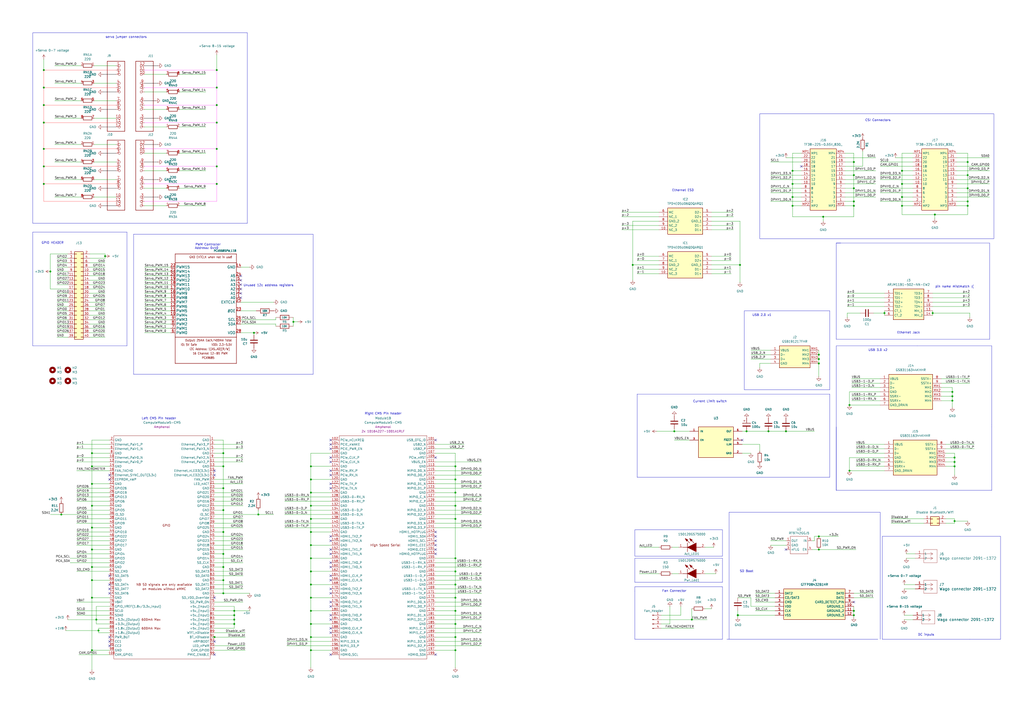
<source format=kicad_sch>
(kicad_sch (version 20250114) (generator "eeschema") (generator_version "9.0")
  (paper "A2")
  (title_block (title "ROV Compute Module 5 Control Board") (date "2025-12-07") (rev "v01") (company "RoboSub") (comment 1 "By William Tayor"))
  (bus_alias "5v" (members "5v" "GND"))
  (bus_alias "GPIO" (members "3v3" "GND" "5v" "GPIO[0..27]"))
  (bus_alias "ethernet" (members "p+[0..3]" "p-[0..3]" "led1" "led2"))
  (rectangle (start 440.69 66.04) (end 576.58 138.43))
  (text "pin name mistmatch ;(\n" (at 553.72 166.37 0) (effects (font (size 1.27 1.27))))
  (text "Unused 12c address registers " (at 156.21 165.608 0) (effects (font (size 1.27 1.27))))
  (text "PWM Controller " (at 121.158 141.986 0) (effects (font (size 1.27 1.27))))
  (text "Right CM5 Pin header\n" (at 222.25 240.03 0) (effects (font (size 1.27 1.27))))
  (text "Current Limit switch" (at 421.64 233.68 0) (effects (font (size 1.27 1.27)) (justify right bottom)))
  (text "Fan Connector\n" (at 391.16 342.9 0) (effects (font (size 1.27 1.27))))
  (text "CSI Connectors" (at 509.27 69.85 0) (effects (font (size 1.27 1.27))))
  (text "Ethernet ESD\n" (at 396.24 110.49 0) (effects (font (size 1.27 1.27))))
  (text "servo jumper connectors " (at 73.66 21.59 0) (effects (font (size 1.27 1.27))))
  (text "USB 2.0 x1\n" (at 441.96 182.88 0) (effects (font (size 1.27 1.27))))
  (text "Ethernet Jack" (at 527.05 193.04 0) (effects (font (size 1.27 1.27))))
  (text "DC inputs" (at 537.21 368.3 0) (effects (font (size 1.27 1.27))))
  (text "GPIO HEADER" (at 30.48 140.97 0) (effects (font (size 1.27 1.27))))
  (text "SD Boot\n" (at 433.07 331.47 0) (effects (font (size 1.27 1.27))))
  (text "Address: 0x40\n" (at 119.888 144.018 0) (effects (font (size 1.27 1.27))))
  (text "USB 3.0 x2\n" (at 509.27 203.2 0) (effects (font (size 1.27 1.27))))
  (text "Left CM5 Pin header\n" (at 92.202 242.824 0) (effects (font (size 1.27 1.27))))
  (junction (at 495.3 119.38))
  (junction (at 474.98 311.15))
  (junction (at 129.54 308.61))
  (junction (at 180.34 331.47))
  (junction (at 135.89 359.41))
  (junction (at 495.3 93.98))
  (junction (at 264.16 285.75))
  (junction (at 495.3 354.33))
  (junction (at 35.56 298.45))
  (junction (at 553.72 302.26))
  (junction (at 561.34 109.22))
  (junction (at 264.16 361.95))
  (junction (at 180.34 361.95))
  (junction (at 180.34 377.19))
  (junction (at 523.24 99.06))
  (junction (at 367.03 153.67))
  (junction (at 264.16 323.85))
  (junction (at 523.24 114.3))
  (junction (at 180.34 278.13))
  (junction (at 25.4 106.68))
  (junction (at 433.07 250.19))
  (junction (at 459.74 114.3))
  (junction (at 53.34 336.55))
  (junction (at 477.52 125.73))
  (junction (at 147.32 193.04))
  (junction (at 135.89 361.95))
  (junction (at 180.34 339.09))
  (junction (at 553.72 270.51))
  (junction (at 129.54 344.17))
  (junction (at 25.4 71.12))
  (junction (at 264.16 278.13))
  (junction (at 135.89 356.87))
  (junction (at 391.16 250.19))
  (junction (at 129.54 295.91))
  (junction (at 513.08 181.61))
  (junction (at 495.3 356.87))
  (junction (at 459.74 119.38))
  (junction (at 125.73 86.36))
  (junction (at 53.34 377.19))
  (junction (at 149.86 298.45))
  (junction (at 459.74 106.68))
  (junction (at 264.16 270.51))
  (junction (at 492.76 273.05))
  (junction (at 553.72 267.97))
  (junction (at 561.34 116.84))
  (junction (at 541.02 181.61))
  (junction (at 53.34 328.93))
  (junction (at 561.34 101.6))
  (junction (at 180.34 354.33))
  (junction (at 180.34 270.51))
  (junction (at 552.45 227.33))
  (junction (at 25.4 40.64))
  (junction (at 523.24 119.38))
  (junction (at 180.34 293.37))
  (junction (at 495.3 116.84))
  (junction (at 129.54 336.55))
  (junction (at 129.54 283.21))
  (junction (at 53.34 346.71))
  (junction (at 129.54 321.31))
  (junction (at 459.74 99.06))
  (junction (at 180.34 369.57))
  (junction (at 264.16 293.37))
  (junction (at 561.34 119.38))
  (junction (at 474.98 318.77))
  (junction (at 492.76 234.95))
  (junction (at 25.4 86.36))
  (junction (at 552.45 229.87))
  (junction (at 561.34 93.98))
  (junction (at 124.46 369.57))
  (junction (at 125.73 96.52))
  (junction (at 264.16 377.19))
  (junction (at 170.18 186.69))
  (junction (at 135.89 354.33))
  (junction (at 180.34 300.99))
  (junction (at 180.34 316.23))
  (junction (at 180.34 346.71))
  (junction (at 53.34 293.37))
  (junction (at 542.29 124.46))
  (junction (at 264.16 339.09))
  (junction (at 264.16 346.71))
  (junction (at 474.98 210.82))
  (junction (at 264.16 354.33))
  (junction (at 125.73 50.8))
  (junction (at 125.73 71.12))
  (junction (at 180.34 308.61))
  (junction (at 495.3 109.22))
  (junction (at 25.4 60.96))
  (junction (at 125.73 106.68))
  (junction (at 53.34 262.89))
  (junction (at 25.4 50.8))
  (junction (at 53.34 270.51))
  (junction (at 180.34 323.85))
  (junction (at 53.34 318.77))
  (junction (at 401.32 359.41))
  (junction (at 60.96 148.59))
  (junction (at 180.34 285.75))
  (junction (at 552.45 232.41))
  (junction (at 495.3 101.6))
  (junction (at 427.99 356.87) (diameter 1.016))
  (junction (at 129.54 328.93))
  (junction (at 264.16 369.57))
  (junction (at 25.4 96.52))
  (junction (at 125.73 40.64))
  (junction (at 29.21 157.48))
  (junction (at 523.24 106.68))
  (junction (at 53.34 280.67))
  (junction (at 55.88 359.41))
  (junction (at 474.98 205.74))
  (junction (at 57.15 365.76))
  (junction (at 264.16 300.99))
  (junction (at 129.54 262.89))
  (junction (at 455.93 250.19))
  (junction (at 445.77 250.19))
  (junction (at 264.16 331.47))
  (junction (at 125.73 60.96))
  (junction (at 429.26 153.67))
  (junction (at 553.72 265.43))
  (junction (at 474.98 208.28))
  (junction (at 129.54 270.51))
  (junction (at 53.34 306.07))
  (no_connect (at 252.73 308.61))
  (no_connect (at 124.46 379.73))
  (no_connect (at 139.7 172.72))
  (no_connect (at 63.5 369.57))
  (no_connect (at 139.7 165.1))
  (no_connect (at 63.5 341.63))
  (no_connect (at 252.73 265.43))
  (no_connect (at 191.77 367.03))
  (no_connect (at 252.73 255.27))
  (no_connect (at 252.73 318.77))
  (no_connect (at 252.73 321.31))
  (no_connect (at 252.73 379.73))
  (no_connect (at 455.93 318.77))
  (no_connect (at 191.77 280.67))
  (no_connect (at 139.7 160.02))
  (no_connect (at 252.73 313.69))
  (no_connect (at 191.77 313.69))
  (no_connect (at 191.77 364.49))
  (no_connect (at 63.5 372.11))
  (no_connect (at 191.77 318.77))
  (no_connect (at 191.77 265.43))
  (no_connect (at 464.82 96.52))
  (no_connect (at 124.46 372.11))
  (no_connect (at 191.77 283.21))
  (no_connect (at 191.77 311.15))
  (no_connect (at 191.77 336.55))
  (no_connect (at 63.5 344.17))
  (no_connect (at 191.77 260.35))
  (no_connect (at 191.77 273.05))
  (no_connect (at 191.77 321.31))
  (no_connect (at 252.73 311.15))
  (no_connect (at 63.5 339.09))
  (no_connect (at 191.77 356.87))
  (no_connect (at 191.77 328.93))
  (no_connect (at 191.77 255.27))
  (no_connect (at 191.77 379.73))
  (no_connect (at 191.77 334.01))
  (no_connect (at 63.5 334.01))
  (no_connect (at 191.77 267.97))
  (no_connect (at 191.77 344.17))
  (no_connect (at 191.77 349.25))
  (no_connect (at 191.77 275.59))
  (no_connect (at 495.3 349.25))
  (no_connect (at 139.7 170.18))
  (no_connect (at 139.7 162.56))
  (no_connect (at 191.77 359.41))
  (no_connect (at 63.5 374.65))
  (no_connect (at 124.46 346.71))
  (no_connect (at 191.77 257.81))
  (no_connect (at 124.46 273.05))
  (no_connect (at 139.7 167.64))
  (no_connect (at 63.5 278.13))
  (no_connect (at 191.77 326.39))
  (no_connect (at 430.53 255.27))
  (no_connect (at 124.46 275.59))
  (no_connect (at 252.73 316.23))
  (no_connect (at 191.77 341.63))
  (no_connect (at 191.77 351.79))
  (no_connect (at 63.5 275.59))
  (wire (pts (xy 180.34 377.19) (xy 180.34 387.35)))
  (wire (pts (xy 360.68 130.81) (xy 382.27 130.81)))
  (wire (pts (xy 53.34 255.27) (xy 63.5 255.27)))
  (wire (pts (xy 252.73 346.71) (xy 264.16 346.71)))
  (wire (pts (xy 53.34 255.27) (xy 53.34 262.89)))
  (wire (pts (xy 495.3 88.9) (xy 495.3 93.98)))
  (wire (pts (xy 252.73 334.01) (xy 279.4 334.01)))
  (wire (pts (xy 264.16 339.09) (xy 264.16 346.71)))
  (wire (pts (xy 53.34 377.19) (xy 63.5 377.19)))
  (wire (pts (xy 427.99 346.71) (xy 435.61 346.71)))
  (wire (pts (xy 60.96 160.02) (xy 52.07 160.02)))
  (wire (pts (xy 552.45 229.87) (xy 546.1 229.87)))
  (wire (pts (xy 180.34 285.75) (xy 191.77 285.75)))
  (wire (pts (xy 33.02 170.18) (xy 39.37 170.18)))
  (wire (pts (xy 490.22 116.84) (xy 495.3 116.84)))
  (wire (pts (xy 495.3 125.73) (xy 495.3 119.38)))
  (wire (pts (xy 53.34 328.93) (xy 63.5 328.93)))
  (wire (pts (xy 510.54 111.76) (xy 529.59 111.76)))
  (wire (pts (xy 180.34 354.33) (xy 191.77 354.33)))
  (wire (pts (xy 180.34 323.85) (xy 180.34 331.47)))
  (wire (pts (xy 142.24 367.03) (xy 124.46 367.03)))
  (polyline (pts (xy 181.61 217.17) (xy 181.61 135.89)))
  (wire (pts (xy 383.54 364.49) (xy 402.59 364.49)))
  (wire (pts (xy 447.04 104.14) (xy 464.82 104.14)))
  (wire (pts (xy 83.82 170.18) (xy 99.06 170.18)))
  (wire (pts (xy 124.46 308.61) (xy 129.54 308.61)))
  (wire (pts (xy 264.16 278.13) (xy 264.16 285.75)))
  (wire (pts (xy 96.52 88.9) (xy 83.82 88.9)))
  (wire (pts (xy 59.69 88.9) (xy 67.31 88.9)) (stroke (width 0) (color 0 0 0 1)))
  (wire (pts (xy 510.54 109.22) (xy 529.59 109.22)))
  (wire (pts (xy 60.96 157.48) (xy 52.07 157.48)))
  (wire (pts (xy 124.46 356.87) (xy 135.89 356.87)))
  (polyline (pts (xy 368.3 307.34) (xy 419.1 307.34)))
  (wire (pts (xy 490.22 99.06) (xy 508 99.06)))
  (wire (pts (xy 553.72 262.89) (xy 553.72 265.43)))
  (wire (pts (xy 180.34 270.51) (xy 180.34 278.13)))
  (wire (pts (xy 124.46 361.95) (xy 135.89 361.95)))
  (wire (pts (xy 264.16 300.99) (xy 264.16 323.85)))
  (wire (pts (xy 455.93 316.23) (xy 447.04 316.23)))
  (wire (pts (xy 427.99 356.87) (xy 427.99 358.14)))
  (wire (pts (xy 91.44 83.82) (xy 83.82 83.82)) (stroke (width 0) (color 0 0 0 1)))
  (wire (pts (xy 31.75 38.1) (xy 46.99 38.1)))
  (wire (pts (xy 529.59 114.3) (xy 523.24 114.3)))
  (wire (pts (xy 142.24 374.65) (xy 124.46 374.65)))
  (wire (pts (xy 96.52 99.06) (xy 83.82 99.06)))
  (wire (pts (xy 60.96 185.42) (xy 52.07 185.42)))
  (wire (pts (xy 129.54 270.51) (xy 129.54 283.21)))
  (wire (pts (xy 124.46 295.91) (xy 129.54 295.91)))
  (wire (pts (xy 447.04 111.76) (xy 464.82 111.76)))
  (wire (pts (xy 124.46 323.85) (xy 140.97 323.85)))
  (wire (pts (xy 495.3 93.98) (xy 495.3 101.6)))
  (wire (pts (xy 83.82 157.48) (xy 99.06 157.48)))
  (wire (pts (xy 252.73 283.21) (xy 279.4 283.21)))
  (wire (pts (xy 124.46 290.83) (xy 140.97 290.83)))
  (wire (pts (xy 54.61 58.42) (xy 67.31 58.42)))
  (wire (pts (xy 554.99 91.44) (xy 574.04 91.44)))
  (wire (pts (xy 59.69 119.38) (xy 67.31 119.38)) (stroke (width 0) (color 0 0 0 1)))
  (wire (pts (xy 124.46 303.53) (xy 140.97 303.53)))
  (wire (pts (xy 552.45 232.41) (xy 552.45 236.22)))
  (polyline (pts (xy 143.51 129.54) (xy 143.51 19.05)))
  (wire (pts (xy 180.34 331.47) (xy 180.34 339.09)))
  (wire (pts (xy 438.15 354.33) (xy 449.58 354.33)))
  (wire (pts (xy 29.21 147.32) (xy 29.21 157.48)))
  (wire (pts (xy 510.54 104.14) (xy 529.59 104.14)))
  (wire (pts (xy 53.34 336.55) (xy 63.5 336.55)))
  (wire (pts (xy 459.74 88.9) (xy 459.74 99.06)))
  (wire (pts (xy 54.61 104.14) (xy 67.31 104.14)))
  (wire (pts (xy 124.46 285.75) (xy 140.97 285.75)))
  (polyline (pts (xy 77.47 217.17) (xy 181.61 217.17)))
  (polyline (pts (xy 485.14 140.97) (xy 485.14 196.85)))
  (wire (pts (xy 180.34 262.89) (xy 191.77 262.89)))
  (wire (pts (xy 252.73 364.49) (xy 279.4 364.49)))
  (polyline (pts (xy 532.13 200.66) (xy 575.31 200.66)))
  (wire (pts (xy 388.62 361.95) (xy 388.62 351.79)))
  (wire (pts (xy 170.18 186.69) (xy 170.18 189.23)))
  (wire (pts (xy 53.34 280.67) (xy 53.34 293.37)))
  (wire (pts (xy 33.02 165.1) (xy 39.37 165.1)))
  (wire (pts (xy 510.54 96.52) (xy 529.59 96.52)))
  (wire (pts (xy 562.61 184.15) (xy 562.61 181.61)))
  (wire (pts (xy 135.89 359.41) (xy 124.46 359.41)))
  (wire (pts (xy 60.96 177.8) (xy 52.07 177.8)))
  (polyline (pts (xy 73.66 200.66) (xy 73.66 134.62)))
  (wire (pts (xy 25.4 71.12) (xy 25.4 86.36)) (stroke (width 0) (color 255 72 76 1)))
  (wire (pts (xy 491.49 170.18) (xy 513.08 170.18)))
  (wire (pts (xy 124.46 326.39) (xy 140.97 326.39)))
  (wire (pts (xy 124.46 257.81) (xy 140.97 257.81)))
  (wire (pts (xy 529.59 91.44) (xy 519.43 91.44)))
  (wire (pts (xy 554.99 96.52) (xy 574.04 96.52)))
  (wire (pts (xy 252.73 306.07) (xy 279.4 306.07)))
  (wire (pts (xy 55.88 359.41) (xy 63.5 359.41)))
  (wire (pts (xy 474.98 203.2) (xy 474.98 205.74)))
  (wire (pts (xy 360.68 125.73) (xy 382.27 125.73)))
  (wire (pts (xy 474.98 208.28) (xy 474.98 210.82)))
  (wire (pts (xy 513.08 265.43) (xy 492.76 265.43)))
  (wire (pts (xy 53.34 306.07) (xy 53.34 318.77)))
  (polyline (pts (xy 481.33 276.86) (xy 369.57 276.86)))
  (wire (pts (xy 33.02 182.88) (xy 39.37 182.88)))
  (wire (pts (xy 44.45 257.81) (xy 63.5 257.81)))
  (wire (pts (xy 160.02 185.42) (xy 160.02 184.15)))
  (polyline (pts (xy 485.14 200.66) (xy 485.14 284.48)))
  (wire (pts (xy 367.03 128.27) (xy 367.03 153.67)))
  (wire (pts (xy 477.52 128.27) (xy 477.52 125.73)))
  (wire (pts (xy 433.07 250.19) (xy 445.77 250.19)))
  (wire (pts (xy 124.46 354.33) (xy 135.89 354.33)))
  (wire (pts (xy 119.38 53.34) (xy 104.14 53.34)))
  (wire (pts (xy 449.58 351.79) (xy 435.61 351.79)))
  (wire (pts (xy 474.98 318.77) (xy 496.57 318.77)))
  (polyline (pts (xy 431.8 226.06) (xy 481.33 226.06)))
  (wire (pts (xy 124.46 270.51) (xy 129.54 270.51)))
  (polyline (pts (xy 419.1 323.85) (xy 419.1 337.82)))
  (wire (pts (xy 83.82 165.1) (xy 99.06 165.1)))
  (wire (pts (xy 44.45 300.99) (xy 63.5 300.99)))
  (wire (pts (xy 252.73 260.35) (xy 269.24 260.35)))
  (wire (pts (xy 459.74 125.73) (xy 459.74 119.38)))
  (wire (pts (xy 510.54 227.33) (xy 492.76 227.33)))
  (wire (pts (xy 83.82 96.52) (xy 125.73 96.52)) (stroke (width 0) (color 255 72 246 1)))
  (wire (pts (xy 412.75 156.21) (xy 424.18 156.21)))
  (wire (pts (xy 523.24 106.68) (xy 523.24 114.3)))
  (wire (pts (xy 33.02 172.72) (xy 39.37 172.72)))
  (wire (pts (xy 44.45 285.75) (xy 63.5 285.75)))
  (wire (pts (xy 369.57 156.21) (xy 382.27 156.21)))
  (wire (pts (xy 541.02 181.61) (xy 541.02 180.34)))
  (wire (pts (xy 25.4 60.96) (xy 25.4 71.12)) (stroke (width 0) (color 255 72 76 1)))
  (wire (pts (xy 401.32 359.41) (xy 410.21 359.41)))
  (wire (pts (xy 492.76 234.95) (xy 510.54 234.95)))
  (wire (pts (xy 149.86 298.45) (xy 158.75 298.45)))
  (polyline (pts (xy 143.51 19.05) (xy 19.05 19.05)))
  (wire (pts (xy 44.45 273.05) (xy 63.5 273.05)))
  (wire (pts (xy 123.19 369.57) (xy 124.46 369.57)))
  (wire (pts (xy 180.34 278.13) (xy 180.34 285.75)))
  (wire (pts (xy 561.34 109.22) (xy 561.34 116.84)))
  (wire (pts (xy 119.38 88.9) (xy 104.14 88.9)))
  (wire (pts (xy 252.73 374.65) (xy 279.4 374.65)))
  (wire (pts (xy 29.21 167.64) (xy 39.37 167.64)))
  (wire (pts (xy 490.22 88.9) (xy 495.3 88.9)))
  (wire (pts (xy 440.69 257.81) (xy 440.69 261.62)))
  (wire (pts (xy 59.69 43.18) (xy 67.31 43.18)) (stroke (width 0) (color 0 0 0 1)))
  (wire (pts (xy 180.34 346.71) (xy 191.77 346.71)))
  (polyline (pts (xy 485.14 140.97) (xy 487.68 140.97)))
  (wire (pts (xy 180.34 339.09) (xy 191.77 339.09)))
  (wire (pts (xy 91.44 104.14) (xy 83.82 104.14)) (stroke (width 0) (color 0 0 0 1)))
  (wire (pts (xy 91.44 38.1) (xy 83.82 38.1)) (stroke (width 0) (color 0 0 0 1)))
  (wire (pts (xy 500.38 87.63) (xy 500.38 96.52)))
  (wire (pts (xy 561.34 116.84) (xy 554.99 116.84)))
  (polyline (pts (xy 419.1 307.34) (xy 419.1 322.58)))
  (wire (pts (xy 552.45 232.41) (xy 546.1 232.41)))
  (wire (pts (xy 435.61 205.74) (xy 447.04 205.74)))
  (wire (pts (xy 124.46 300.99) (xy 140.97 300.99)))
  (wire (pts (xy 124.46 311.15) (xy 140.97 311.15)))
  (wire (pts (xy 561.34 101.6) (xy 561.34 109.22)))
  (wire (pts (xy 180.34 285.75) (xy 180.34 293.37)))
  (wire (pts (xy 495.3 351.79) (xy 495.3 354.33)))
  (wire (pts (xy 447.04 93.98) (xy 464.82 93.98)))
  (wire (pts (xy 370.84 332.74) (xy 382.27 332.74)))
  (wire (pts (xy 180.34 361.95) (xy 180.34 369.57)))
  (wire (pts (xy 60.96 175.26) (xy 52.07 175.26)))
  (wire (pts (xy 53.34 306.07) (xy 63.5 306.07)))
  (wire (pts (xy 391.16 250.19) (xy 391.16 248.92)))
  (wire (pts (xy 429.26 128.27) (xy 412.75 128.27)))
  (wire (pts (xy 135.89 361.95) (xy 135.89 364.49)))
  (wire (pts (xy 60.96 182.88) (xy 52.07 182.88)))
  (wire (pts (xy 553.72 302.26) (xy 553.72 303.53)))
  (wire (pts (xy 59.69 63.5) (xy 67.31 63.5)) (stroke (width 0) (color 0 0 0 1)))
  (wire (pts (xy 264.16 270.51) (xy 264.16 278.13)))
  (wire (pts (xy 554.99 88.9) (xy 561.34 88.9)))
  (polyline (pts (xy 368.3 370.84) (xy 419.1 370.84)))
  (wire (pts (xy 554.99 104.14) (xy 574.04 104.14)))
  (wire (pts (xy 524.51 356.87) (xy 529.59 356.87)))
  (wire (pts (xy 125.73 86.36) (xy 125.73 96.52)) (stroke (width 0) (color 255 72 246 1)))
  (wire (pts (xy 548.64 300.99) (xy 553.72 300.99)))
  (polyline (pts (xy 575.31 284.48) (xy 485.14 284.48)))
  (wire (pts (xy 31.75 48.26) (xy 46.99 48.26)))
  (wire (pts (xy 264.16 285.75) (xy 264.16 293.37)))
  (polyline (pts (xy 369.57 276.86) (xy 369.57 228.6)))
  (wire (pts (xy 33.02 195.58) (xy 39.37 195.58)))
  (wire (pts (xy 33.02 154.94) (xy 39.37 154.94)))
  (wire (pts (xy 54.61 38.1) (xy 67.31 38.1)))
  (wire (pts (xy 53.34 336.55) (xy 53.34 346.71)))
  (wire (pts (xy 252.73 280.67) (xy 279.4 280.67)))
  (wire (pts (xy 25.4 96.52) (xy 67.31 96.52)) (stroke (width 0) (color 255 72 76 1)))
  (wire (pts (xy 494.03 224.79) (xy 510.54 224.79)))
  (wire (pts (xy 180.34 300.99) (xy 180.34 308.61)))
  (wire (pts (xy 562.61 181.61) (xy 541.02 181.61)))
  (wire (pts (xy 25.4 71.12) (xy 67.31 71.12)) (stroke (width 0) (color 255 72 76 1)))
  (wire (pts (xy 252.73 267.97) (xy 279.4 267.97)))
  (wire (pts (xy 124.46 267.97) (xy 140.97 267.97)))
  (wire (pts (xy 135.89 359.41) (xy 135.89 361.95)))
  (wire (pts (xy 252.73 270.51) (xy 264.16 270.51)))
  (wire (pts (xy 166.37 372.11) (xy 191.77 372.11)))
  (wire (pts (xy 391.16 255.27) (xy 400.05 255.27)))
  (wire (pts (xy 53.34 262.89) (xy 53.34 270.51)))
  (wire (pts (xy 524.51 341.63) (xy 530.86 341.63)))
  (wire (pts (xy 96.52 53.34) (xy 83.82 53.34)))
  (wire (pts (xy 264.16 377.19) (xy 264.16 387.35)))
  (wire (pts (xy 252.73 331.47) (xy 264.16 331.47)))
  (wire (pts (xy 25.4 106.68) (xy 67.31 106.68)) (stroke (width 0) (color 255 72 76 1)))
  (wire (pts (xy 464.82 106.68) (xy 459.74 106.68)))
  (wire (pts (xy 508 104.14) (xy 490.22 104.14)))
  (wire (pts (xy 552.45 224.79) (xy 546.1 224.79)))
  (wire (pts (xy 472.44 313.69) (xy 471.17 313.69)))
  (wire (pts (xy 140.97 280.67) (xy 124.46 280.67)))
  (wire (pts (xy 264.16 361.95) (xy 264.16 369.57)))
  (wire (pts (xy 554.99 109.22) (xy 561.34 109.22)))
  (wire (pts (xy 25.4 40.64) (xy 25.4 50.8)) (stroke (width 0) (color 255 72 76 1)))
  (wire (pts (xy 264.16 346.71) (xy 264.16 354.33)))
  (wire (pts (xy 412.75 353.06) (xy 408.94 353.06)))
  (wire (pts (xy 553.72 267.97) (xy 553.72 270.51)))
  (wire (pts (xy 53.34 346.71) (xy 63.5 346.71)))
  (wire (pts (xy 252.73 278.13) (xy 264.16 278.13)))
  (polyline (pts (xy 419.1 322.58) (xy 368.3 322.58)))
  (wire (pts (xy 33.02 193.04) (xy 39.37 193.04)))
  (wire (pts (xy 464.82 114.3) (xy 459.74 114.3)))
  (polyline (pts (xy 574.04 140.97) (xy 574.04 196.85)))
  (polyline (pts (xy 562.61 370.84) (xy 580.39 370.84)))
  (wire (pts (xy 54.61 83.82) (xy 67.31 83.82)))
  (wire (pts (xy 425.45 133.35) (xy 412.75 133.35)))
  (wire (pts (xy 67.31 40.64) (xy 25.4 40.64)) (stroke (width 0) (color 255 72 76 1)))
  (wire (pts (xy 53.34 280.67) (xy 63.5 280.67)))
  (wire (pts (xy 124.46 255.27) (xy 129.54 255.27)))
  (wire (pts (xy 31.75 83.82) (xy 46.99 83.82)))
  (wire (pts (xy 474.98 210.82) (xy 474.98 218.44)))
  (wire (pts (xy 44.45 311.15) (xy 63.5 311.15)))
  (wire (pts (xy 394.97 356.87) (xy 383.54 356.87)))
  (wire (pts (xy 252.73 303.53) (xy 279.4 303.53)))
  (wire (pts (xy 83.82 175.26) (xy 99.06 175.26)))
  (polyline (pts (xy 485.14 140.97) (xy 574.04 140.97)))
  (wire (pts (xy 430.53 250.19) (xy 433.07 250.19)))
  (wire (pts (xy 29.21 298.45) (xy 35.56 298.45)))
  (wire (pts (xy 381 250.19) (xy 391.16 250.19)))
  (wire (pts (xy 55.88 359.41) (xy 55.88 351.79)))
  (wire (pts (xy 44.45 321.31) (xy 63.5 321.31)))
  (polyline (pts (xy 419.1 337.82) (xy 368.3 337.82)))
  (wire (pts (xy 129.54 308.61) (xy 129.54 321.31)))
  (wire (pts (xy 33.02 160.02) (xy 39.37 160.02)))
  (wire (pts (xy 33.02 152.4) (xy 39.37 152.4)))
  (wire (pts (xy 180.34 354.33) (xy 180.34 361.95)))
  (wire (pts (xy 55.88 351.79) (xy 63.5 351.79)))
  (wire (pts (xy 44.45 290.83) (xy 63.5 290.83)))
  (wire (pts (xy 562.61 219.71) (xy 546.1 219.71)))
  (wire (pts (xy 53.34 318.77) (xy 53.34 328.93)))
  (wire (pts (xy 124.46 336.55) (xy 129.54 336.55)))
  (wire (pts (xy 552.45 224.79) (xy 552.45 227.33)))
  (polyline (pts (xy 19.05 134.62) (xy 19.05 200.66)))
  (wire (pts (xy 553.72 265.43) (xy 548.64 265.43)))
  (wire (pts (xy 119.38 73.66) (xy 104.14 73.66)))
  (wire (pts (xy 33.02 180.34) (xy 39.37 180.34)))
  (wire (pts (xy 494.03 219.71) (xy 510.54 219.71)))
  (wire (pts (xy 33.02 162.56) (xy 39.37 162.56)))
  (wire (pts (xy 29.21 157.48) (xy 29.21 167.64)))
  (wire (pts (xy 124.46 328.93) (xy 129.54 328.93)))
  (wire (pts (xy 60.96 154.94) (xy 52.07 154.94)))
  (wire (pts (xy 464.82 88.9) (xy 459.74 88.9)))
  (wire (pts (xy 180.34 278.13) (xy 191.77 278.13)))
  (wire (pts (xy 554.99 99.06) (xy 574.04 99.06)))
  (wire (pts (xy 495.3 344.17) (xy 506.73 344.17)))
  (wire (pts (xy 561.34 124.46) (xy 561.34 119.38)))
  (wire (pts (xy 170.18 186.69) (xy 172.72 186.69)))
  (wire (pts (xy 33.02 187.96) (xy 39.37 187.96)))
  (wire (pts (xy 45.72 379.73) (xy 63.5 379.73)))
  (wire (pts (xy 554.99 111.76) (xy 574.04 111.76)))
  (wire (pts (xy 524.51 339.09) (xy 530.86 339.09)))
  (wire (pts (xy 524.51 359.41) (xy 529.59 359.41)))
  (wire (pts (xy 60.96 170.18) (xy 52.07 170.18)))
  (wire (pts (xy 63.5 361.95) (xy 55.88 361.95)))
  (wire (pts (xy 464.82 119.38) (xy 459.74 119.38)))
  (wire (pts (xy 252.73 275.59) (xy 279.4 275.59)))
  (wire (pts (xy 96.52 109.22) (xy 83.82 109.22)))
  (wire (pts (xy 510.54 93.98) (xy 529.59 93.98)))
  (wire (pts (xy 523.24 119.38) (xy 523.24 124.46)))
  (wire (pts (xy 124.46 351.79) (xy 135.89 351.79)))
  (wire (pts (xy 490.22 93.98) (xy 495.3 93.98)))
  (wire (pts (xy 252.73 369.57) (xy 264.16 369.57)))
  (wire (pts (xy 252.73 339.09) (xy 264.16 339.09)))
  (polyline (pts (xy 575.31 200.66) (xy 575.31 246.38)))
  (wire (pts (xy 548.64 303.53) (xy 553.72 303.53)))
  (polyline (pts (xy 181.61 135.89) (xy 77.47 135.89)))
  (wire (pts (xy 90.17 58.42) (xy 83.82 58.42)) (stroke (width 0) (color 0 0 0 1)))
  (wire (pts (xy 491.49 177.8) (xy 513.08 177.8)))
  (wire (pts (xy 491.49 181.61) (xy 491.49 184.15)))
  (wire (pts (xy 495.3 356.87) (xy 495.3 358.14)))
  (wire (pts (xy 124.46 364.49) (xy 135.89 364.49)))
  (wire (pts (xy 542.29 124.46) (xy 523.24 124.46)))
  (wire (pts (xy 541.02 182.88) (xy 541.02 181.61)))
  (wire (pts (xy 496.57 270.51) (xy 513.08 270.51)))
  (wire (pts (xy 264.16 369.57) (xy 264.16 377.19)))
  (wire (pts (xy 54.61 114.3) (xy 67.31 114.3)))
  (wire (pts (xy 40.64 323.85) (xy 63.5 323.85)))
  (wire (pts (xy 60.96 193.04) (xy 52.07 193.04)))
  (wire (pts (xy 135.89 354.33) (xy 135.89 356.87)))
  (wire (pts (xy 60.96 149.86) (xy 52.07 149.86)))
  (wire (pts (xy 554.99 106.68) (xy 574.04 106.68)))
  (wire (pts (xy 490.22 119.38) (xy 495.3 119.38)))
  (wire (pts (xy 129.54 262.89) (xy 129.54 270.51)))
  (wire (pts (xy 40.64 326.39) (xy 63.5 326.39)))
  (wire (pts (xy 445.77 250.19) (xy 455.93 250.19)))
  (polyline (pts (xy 575.31 246.38) (xy 575.31 247.65)))
  (wire (pts (xy 427.99 356.87) (xy 449.58 356.87)))
  (polyline (pts (xy 511.81 370.84) (xy 511.81 311.15)))
  (wire (pts (xy 553.72 275.59) (xy 553.72 270.51)))
  (wire (pts (xy 400.05 250.19) (xy 391.16 250.19)))
  (wire (pts (xy 124.46 293.37) (xy 140.97 293.37)))
  (wire (pts (xy 562.61 172.72) (xy 541.02 172.72)))
  (wire (pts (xy 44.45 313.69) (xy 63.5 313.69)))
  (wire (pts (xy 25.4 50.8) (xy 25.4 60.96)) (stroke (width 0) (color 255 72 76 1)))
  (wire (pts (xy 252.73 349.25) (xy 279.4 349.25)))
  (wire (pts (xy 495.3 101.6) (xy 495.3 109.22)))
  (wire (pts (xy 440.69 210.82) (xy 447.04 210.82)))
  (wire (pts (xy 447.04 101.6) (xy 464.82 101.6)))
  (wire (pts (xy 516.89 303.53) (xy 535.94 303.53)))
  (wire (pts (xy 252.73 372.11) (xy 279.4 372.11)))
  (wire (pts (xy 44.45 308.61) (xy 63.5 308.61)))
  (wire (pts (xy 360.68 133.35) (xy 382.27 133.35)))
  (wire (pts (xy 124.46 344.17) (xy 129.54 344.17)))
  (wire (pts (xy 44.45 265.43) (xy 63.5 265.43)))
  (wire (pts (xy 129.54 283.21) (xy 124.46 283.21)))
  (wire (pts (xy 252.73 351.79) (xy 279.4 351.79)))
  (wire (pts (xy 91.44 93.98) (xy 83.82 93.98)) (stroke (width 0) (color 0 0 0 1)))
  (wire (pts (xy 44.45 295.91) (xy 63.5 295.91)))
  (wire (pts (xy 510.54 116.84) (xy 529.59 116.84)))
  (wire (pts (xy 490.22 114.3) (xy 508 114.3)))
  (wire (pts (xy 252.73 288.29) (xy 279.4 288.29)))
  (wire (pts (xy 447.04 109.22) (xy 464.82 109.22)))
  (wire (pts (xy 57.15 365.76) (xy 57.15 364.49)))
  (wire (pts (xy 59.69 53.34) (xy 67.31 53.34)) (stroke (width 0) (color 0 0 0 1)))
  (wire (pts (xy 124.46 260.35) (xy 140.97 260.35)))
  (wire (pts (xy 494.03 222.25) (xy 510.54 222.25)))
  (wire (pts (xy 25.4 86.36) (xy 25.4 96.52)) (stroke (width 0) (color 255 72 76 1)))
  (wire (pts (xy 264.16 293.37) (xy 264.16 300.99)))
  (wire (pts (xy 149.86 295.91) (xy 149.86 298.45)))
  (wire (pts (xy 25.4 116.84) (xy 67.31 116.84)) (stroke (width 0) (color 255 72 76 1)))
  (wire (pts (xy 83.82 40.64) (xy 125.73 40.64)) (stroke (width 0) (color 255 72 246 1)))
  (wire (pts (xy 529.59 88.9) (xy 523.24 88.9)))
  (wire (pts (xy 252.73 367.03) (xy 279.4 367.03)))
  (wire (pts (xy 83.82 160.02) (xy 99.06 160.02)))
  (wire (pts (xy 562.61 175.26) (xy 541.02 175.26)))
  (polyline (pts (xy 19.05 129.54) (xy 143.51 129.54)))
  (wire (pts (xy 44.45 349.25) (xy 63.5 349.25)))
  (wire (pts (xy 119.38 119.38) (xy 104.14 119.38)))
  (wire (pts (xy 369.57 151.13) (xy 382.27 151.13)))
  (wire (pts (xy 44.45 267.97) (xy 63.5 267.97)))
  (wire (pts (xy 565.15 260.35) (xy 548.64 260.35)))
  (wire (pts (xy 148.59 180.34) (xy 139.7 180.34)))
  (wire (pts (xy 60.96 167.64) (xy 52.07 167.64)))
  (wire (pts (xy 424.18 151.13) (xy 412.75 151.13)))
  (wire (pts (xy 500.38 96.52) (xy 490.22 96.52)))
  (wire (pts (xy 495.3 354.33) (xy 495.3 356.87)))
  (wire (pts (xy 91.44 48.26) (xy 83.82 48.26)) (stroke (width 0) (color 0 0 0 1)))
  (wire (pts (xy 25.4 60.96) (xy 67.31 60.96)) (stroke (width 0) (color 255 72 76 1)))
  (wire (pts (xy 474.98 311.15) (xy 486.41 311.15)))
  (wire (pts (xy 83.82 187.96) (xy 99.06 187.96)))
  (wire (pts (xy 31.75 58.42) (xy 46.99 58.42)))
  (wire (pts (xy 129.54 328.93) (xy 129.54 336.55)))
  (wire (pts (xy 60.96 162.56) (xy 52.07 162.56)))
  (wire (pts (xy 360.68 123.19) (xy 382.27 123.19)))
  (wire (pts (xy 252.73 326.39) (xy 279.4 326.39)))
  (wire (pts (xy 553.72 265.43) (xy 553.72 267.97)))
  (wire (pts (xy 562.61 170.18) (xy 541.02 170.18)))
  (wire (pts (xy 548.64 267.97) (xy 553.72 267.97)))
  (wire (pts (xy 425.45 125.73) (xy 412.75 125.73)))
  (wire (pts (xy 54.61 48.26) (xy 67.31 48.26)))
  (wire (pts (xy 438.15 349.25) (xy 449.58 349.25)))
  (wire (pts (xy 367.03 153.67) (xy 367.03 162.56)))
  (wire (pts (xy 430.53 257.81) (xy 440.69 257.81)))
  (wire (pts (xy 33.02 177.8) (xy 39.37 177.8)))
  (wire (pts (xy 33.02 190.5) (xy 39.37 190.5)))
  (wire (pts (xy 506.73 181.61) (xy 513.08 181.61)))
  (polyline (pts (xy 481.33 228.6) (xy 481.33 276.86)))
  (wire (pts (xy 83.82 193.04) (xy 99.06 193.04)))
  (wire (pts (xy 429.26 153.67) (xy 429.26 128.27)))
  (wire (pts (xy 135.89 354.33) (xy 144.78 354.33)))
  (wire (pts (xy 129.54 336.55) (xy 129.54 344.17)))
  (wire (pts (xy 525.78 321.31) (xy 530.86 321.31)))
  (wire (pts (xy 59.69 99.06) (xy 67.31 99.06)) (stroke (width 0) (color 0 0 0 1)))
  (wire (pts (xy 124.46 321.31) (xy 129.54 321.31)))
  (wire (pts (xy 31.75 93.98) (xy 46.99 93.98)))
  (wire (pts (xy 491.49 175.26) (xy 513.08 175.26)))
  (wire (pts (xy 435.61 203.2) (xy 447.04 203.2)))
  (wire (pts (xy 425.45 130.81) (xy 412.75 130.81)))
  (wire (pts (xy 252.73 354.33) (xy 264.16 354.33)))
  (wire (pts (xy 96.52 63.5) (xy 83.82 63.5)))
  (polyline (pts (xy 368.3 323.85) (xy 368.3 337.82)))
  (wire (pts (xy 33.02 149.86) (xy 39.37 149.86)))
  (wire (pts (xy 53.34 377.19) (xy 53.34 388.62)))
  (wire (pts (xy 252.73 298.45) (xy 279.4 298.45)))
  (wire (pts (xy 252.73 336.55) (xy 279.4 336.55)))
  (wire (pts (xy 252.73 295.91) (xy 279.4 295.91)))
  (wire (pts (xy 60.96 165.1) (xy 52.07 165.1)))
  (polyline (pts (xy 19.05 200.66) (xy 73.66 200.66)))
  (polyline (pts (xy 369.57 228.6) (xy 481.33 228.6)))
  (wire (pts (xy 455.93 250.19) (xy 472.44 250.19)))
  (wire (pts (xy 60.96 172.72) (xy 52.07 172.72)))
  (wire (pts (xy 562.61 177.8) (xy 541.02 177.8)))
  (wire (pts (xy 125.73 106.68) (xy 125.73 116.84)) (stroke (width 0) (color 255 72 246 1)))
  (wire (pts (xy 33.02 185.42) (xy 39.37 185.42)))
  (wire (pts (xy 83.82 71.12) (xy 125.73 71.12)) (stroke (width 0) (color 255 72 246 1)))
  (wire (pts (xy 252.73 293.37) (xy 264.16 293.37)))
  (wire (pts (xy 529.59 119.38) (xy 523.24 119.38)))
  (wire (pts (xy 124.46 339.09) (xy 140.97 339.09)))
  (wire (pts (xy 44.45 260.35) (xy 63.5 260.35)))
  (wire (pts (xy 424.18 148.59) (xy 412.75 148.59)))
  (wire (pts (xy 104.14 109.22) (xy 119.38 109.22)))
  (wire (pts (xy 59.69 109.22) (xy 67.31 109.22)) (stroke (width 0) (color 0 0 0 1)))
  (wire (pts (xy 53.34 262.89) (xy 63.5 262.89)))
  (wire (pts (xy 165.1 298.45) (xy 191.77 298.45)))
  (wire (pts (xy 83.82 86.36) (xy 125.73 86.36)) (stroke (width 0) (color 255 72 246 1)))
  (wire (pts (xy 435.61 262.89) (xy 430.53 262.89)))
  (wire (pts (xy 438.15 344.17) (xy 449.58 344.17)))
  (wire (pts (xy 561.34 119.38) (xy 561.34 116.84)))
  (wire (pts (xy 492.76 265.43) (xy 492.76 273.05)))
  (wire (pts (xy 25.4 34.29) (xy 25.4 40.64)))
  (wire (pts (xy 119.38 63.5) (xy 104.14 63.5)))
  (wire (pts (xy 83.82 190.5) (xy 99.06 190.5)))
  (wire (pts (xy 124.46 298.45) (xy 149.86 298.45)))
  (wire (pts (xy 129.54 295.91) (xy 129.54 308.61)))
  (wire (pts (xy 180.34 308.61) (xy 191.77 308.61)))
  (wire (pts (xy 60.96 187.96) (xy 52.07 187.96)))
  (wire (pts (xy 510.54 101.6) (xy 529.59 101.6)))
  (wire (pts (xy 496.57 260.35) (xy 513.08 260.35)))
  (wire (pts (xy 389.89 317.5) (xy 393.7 317.5)))
  (wire (pts (xy 83.82 60.96) (xy 125.73 60.96)) (stroke (width 0) (color 255 72 246 1)))
  (wire (pts (xy 31.75 104.14) (xy 46.99 104.14)))
  (wire (pts (xy 25.4 96.52) (xy 25.4 106.68)) (stroke (width 0) (color 255 72 76 1)))
  (wire (pts (xy 39.37 359.41) (xy 55.88 359.41)))
  (polyline (pts (xy 431.8 180.34) (xy 431.8 226.06)))
  (wire (pts (xy 513.08 181.61) (xy 513.08 182.88)))
  (wire (pts (xy 180.34 300.99) (xy 191.77 300.99)))
  (wire (pts (xy 83.82 106.68) (xy 125.73 106.68)) (stroke (width 0) (color 255 72 246 1)))
  (wire (pts (xy 252.73 356.87) (xy 279.4 356.87)))
  (wire (pts (xy 562.61 222.25) (xy 546.1 222.25)))
  (wire (pts (xy 552.45 229.87) (xy 552.45 232.41)))
  (wire (pts (xy 96.52 119.38) (xy 83.82 119.38)))
  (wire (pts (xy 447.04 116.84) (xy 464.82 116.84)))
  (wire (pts (xy 53.34 328.93) (xy 53.34 336.55)))
  (polyline (pts (xy 431.8 180.34) (xy 481.33 180.34)))
  (wire (pts (xy 60.96 147.32) (xy 52.07 147.32)))
  (wire (pts (xy 60.96 190.5) (xy 52.07 190.5)))
  (wire (pts (xy 495.3 109.22) (xy 490.22 109.22)))
  (wire (pts (xy 394.97 351.79) (xy 394.97 356.87)))
  (wire (pts (xy 367.03 153.67) (xy 382.27 153.67)))
  (polyline (pts (xy 485.14 200.66) (xy 509.27 200.66)))
  (wire (pts (xy 494.03 229.87) (xy 510.54 229.87)))
  (polyline (pts (xy 368.3 342.9) (xy 368.3 370.84)))
  (wire (pts (xy 561.34 88.9) (xy 561.34 93.98)))
  (wire (pts (xy 135.89 356.87) (xy 135.89 359.41)))
  (wire (pts (xy 83.82 154.94) (xy 99.06 154.94)))
  (wire (pts (xy 435.61 208.28) (xy 447.04 208.28)))
  (wire (pts (xy 44.45 303.53) (xy 63.5 303.53)))
  (wire (pts (xy 552.45 227.33) (xy 552.45 229.87)))
  (wire (pts (xy 529.59 106.68) (xy 523.24 106.68)))
  (wire (pts (xy 435.61 351.79) (xy 435.61 346.71)))
  (wire (pts (xy 492.76 227.33) (xy 492.76 234.95)))
  (wire (pts (xy 33.02 157.48) (xy 39.37 157.48)))
  (wire (pts (xy 474.98 205.74) (xy 474.98 208.28)))
  (wire (pts (xy 425.45 123.19) (xy 412.75 123.19)))
  (polyline (pts (xy 77.47 135.89) (xy 77.47 217.17)))
  (polyline (pts (xy 580.39 311.15) (xy 580.39 370.84)))
  (wire (pts (xy 57.15 364.49) (xy 63.5 364.49)))
  (wire (pts (xy 459.74 114.3) (xy 459.74 106.68)))
  (wire (pts (xy 472.44 311.15) (xy 472.44 313.69)))
  (wire (pts (xy 44.45 331.47) (xy 63.5 331.47)))
  (wire (pts (xy 252.73 290.83) (xy 279.4 290.83)))
  (wire (pts (xy 124.46 278.13) (xy 140.97 278.13)))
  (wire (pts (xy 44.45 354.33) (xy 63.5 354.33)))
  (wire (pts (xy 57.15 365.76) (xy 57.15 367.03)))
  (wire (pts (xy 33.02 175.26) (xy 39.37 175.26)))
  (wire (pts (xy 83.82 116.84) (xy 125.73 116.84)) (stroke (width 0) (color 255 72 246 1)))
  (wire (pts (xy 124.46 349.25) (xy 140.97 349.25)))
  (wire (pts (xy 124.46 288.29) (xy 140.97 288.29)))
  (wire (pts (xy 96.52 43.18) (xy 83.82 43.18)))
  (wire (pts (xy 129.54 255.27) (xy 129.54 262.89)))
  (wire (pts (xy 96.52 73.66) (xy 83.82 73.66)))
  (wire (pts (xy 180.34 293.37) (xy 191.77 293.37)))
  (wire (pts (xy 60.96 195.58) (xy 52.07 195.58)))
  (wire (pts (xy 565.15 257.81) (xy 548.64 257.81)))
  (wire (pts (xy 554.99 101.6) (xy 561.34 101.6)))
  (wire (pts (xy 125.73 60.96) (xy 125.73 71.12)) (stroke (width 0) (color 255 72 246 1)))
  (wire (pts (xy 548.64 262.89) (xy 553.72 262.89)))
  (wire (pts (xy 252.73 323.85) (xy 264.16 323.85)))
  (wire (pts (xy 91.44 68.58) (xy 83.82 68.58)) (stroke (width 0) (color 0 0 0 1)))
  (wire (pts (xy 55.88 361.95) (xy 55.88 359.41)))
  (wire (pts (xy 139.7 187.96) (xy 160.02 187.96)))
  (wire (pts (xy 496.57 257.81) (xy 513.08 257.81)))
  (wire (pts (xy 129.54 344.17) (xy 144.78 344.17)))
  (wire (pts (xy 180.34 369.57) (xy 191.77 369.57)))
  (wire (pts (xy 124.46 306.07) (xy 140.97 306.07)))
  (wire (pts (xy 252.73 377.19) (xy 264.16 377.19)))
  (wire (pts (xy 124.46 318.77) (xy 140.97 318.77)))
  (wire (pts (xy 104.14 99.06) (xy 119.38 99.06)))
  (wire (pts (xy 490.22 101.6) (xy 495.3 101.6)))
  (wire (pts (xy 180.34 262.89) (xy 180.34 270.51)))
  (polyline (pts (xy 481.33 226.06) (xy 481.33 180.34)))
  (wire (pts (xy 124.46 369.57) (xy 142.24 369.57)))
  (wire (pts (xy 180.34 270.51) (xy 191.77 270.51)))
  (wire (pts (xy 542.29 127) (xy 542.29 124.46)))
  (wire (pts (xy 264.16 323.85) (xy 264.16 331.47)))
  (wire (pts (xy 170.18 184.15) (xy 170.18 186.69)))
  (wire (pts (xy 252.73 262.89) (xy 264.16 262.89)))
  (wire (pts (xy 252.73 344.17) (xy 279.4 344.17)))
  (wire (pts (xy 495.3 346.71) (xy 506.73 346.71)))
  (wire (pts (xy 83.82 167.64) (xy 99.06 167.64)))
  (wire (pts (xy 252.73 359.41) (xy 279.4 359.41)))
  (polyline (pts (xy 19.05 19.05) (xy 19.05 129.54)))
  (wire (pts (xy 83.82 162.56) (xy 99.06 162.56)))
  (wire (pts (xy 125.73 31.75) (xy 125.73 40.64)))
  (polyline (pts (xy 511.81 311.15) (xy 580.39 311.15)))
  (wire (pts (xy 165.1 288.29) (xy 191.77 288.29)))
  (wire (pts (xy 554.99 93.98) (xy 561.34 93.98)))
  (wire (pts (xy 53.34 270.51) (xy 63.5 270.51)))
  (wire (pts (xy 490.22 106.68) (xy 508 106.68)))
  (wire (pts (xy 264.16 262.89) (xy 264.16 270.51)))
  (wire (pts (xy 44.45 288.29) (xy 63.5 288.29)))
  (wire (pts (xy 129.54 321.31) (xy 129.54 328.93)))
  (wire (pts (xy 440.69 210.82) (xy 440.69 213.36)))
  (wire (pts (xy 158.75 175.26) (xy 139.7 175.26)))
  (wire (pts (xy 180.34 316.23) (xy 191.77 316.23)))
  (wire (pts (xy 459.74 106.68) (xy 459.74 99.06)))
  (wire (pts (xy 492.76 273.05) (xy 513.08 273.05)))
  (wire (pts (xy 160.02 187.96) (xy 160.02 189.23)))
  (wire (pts (xy 496.57 267.97) (xy 513.08 267.97)))
  (wire (pts (xy 438.15 346.71) (xy 449.58 346.71)))
  (wire (pts (xy 401.32 353.06) (xy 401.32 359.41)))
  (wire (pts (xy 83.82 180.34) (xy 99.06 180.34)))
  (wire (pts (xy 508 111.76) (xy 490.22 111.76)))
  (wire (pts (xy 180.34 346.71) (xy 180.34 354.33)))
  (wire (pts (xy 60.96 148.59) (xy 60.96 149.86)))
  (wire (pts (xy 525.78 323.85) (xy 530.86 323.85)))
  (wire (pts (xy 180.34 323.85) (xy 191.77 323.85)))
  (wire (pts (xy 180.34 377.19) (xy 191.77 377.19)))
  (wire (pts (xy 54.61 93.98) (xy 67.31 93.98)))
  (wire (pts (xy 496.57 262.89) (xy 513.08 262.89)))
  (wire (pts (xy 124.46 262.89) (xy 129.54 262.89)))
  (wire (pts (xy 553.72 302.26) (xy 553.72 300.99)))
  (wire (pts (xy 408.94 332.74) (xy 415.29 332.74)))
  (wire (pts (xy 180.34 331.47) (xy 191.77 331.47)))
  (wire (pts (xy 38.1 365.76) (xy 57.15 365.76)))
  (wire (pts (xy 180.34 308.61) (xy 180.34 316.23)))
  (wire (pts (xy 53.34 293.37) (xy 63.5 293.37)))
  (wire (pts (xy 495.3 119.38) (xy 495.3 116.84)))
  (wire (pts (xy 165.1 303.53) (xy 191.77 303.53)))
  (wire (pts (xy 83.82 172.72) (xy 99.06 172.72)))
  (wire (pts (xy 429.26 153.67) (xy 429.26 163.83)))
  (wire (pts (xy 125.73 40.64) (xy 125.73 50.8)) (stroke (width 0) (color 255 72 246 1)))
  (wire (pts (xy 59.69 73.66) (xy 67.31 73.66)) (stroke (width 0) (color 0 0 0 1)))
  (wire (pts (xy 561.34 93.98) (xy 561.34 101.6)))
  (polyline (pts (xy 510.54 297.18) (xy 510.54 370.84)))
  (wire (pts (xy 31.75 114.3) (xy 46.99 114.3)))
  (wire (pts (xy 252.73 328.93) (xy 279.4 328.93)))
  (polyline (pts (xy 575.31 284.48) (xy 575.31 247.65)))
  (wire (pts (xy 264.16 331.47) (xy 264.16 339.09)))
  (wire (pts (xy 508 91.44) (xy 490.22 91.44)))
  (wire (pts (xy 54.61 68.58) (xy 67.31 68.58)))
  (wire (pts (xy 53.34 346.71) (xy 53.34 377.19)))
  (wire (pts (xy 471.17 318.77) (xy 474.98 318.77)))
  (wire (pts (xy 523.24 119.38) (xy 523.24 114.3)))
  (wire (pts (xy 523.24 99.06) (xy 529.59 99.06)))
  (wire (pts (xy 252.73 300.99) (xy 264.16 300.99)))
  (wire (pts (xy 60.96 152.4) (xy 52.07 152.4)))
  (wire (pts (xy 25.4 106.68) (xy 25.4 116.84)) (stroke (width 0) (color 255 72 76 1)))
  (wire (pts (xy 554.99 119.38) (xy 561.34 119.38)))
  (wire (pts (xy 382.27 128.27) (xy 367.03 128.27)))
  (polyline (pts (xy 419.1 370.84) (xy 419.1 340.36)))
  (wire (pts (xy 91.44 114.3) (xy 83.82 114.3)) (stroke (width 0) (color 0 0 0 1)))
  (wire (pts (xy 180.34 339.09) (xy 180.34 346.71)))
  (polyline (pts (xy 368.3 340.36) (xy 368.3 342.9)))
  (wire (pts (xy 29.21 147.32) (xy 39.37 147.32)))
  (wire (pts (xy 53.34 293.37) (xy 53.34 306.07)))
  (wire (pts (xy 83.82 185.42) (xy 99.06 185.42)))
  (wire (pts (xy 491.49 181.61) (xy 499.11 181.61)))
  (wire (pts (xy 495.3 116.84) (xy 495.3 109.22)))
  (wire (pts (xy 389.89 332.74) (xy 393.7 332.74)))
  (wire (pts (xy 369.57 148.59) (xy 382.27 148.59)))
  (polyline (pts (xy 574.04 196.85) (xy 485.14 196.85)))
  (wire (pts (xy 83.82 177.8) (xy 99.06 177.8)))
  (wire (pts (xy 252.73 341.63) (xy 279.4 341.63)))
  (wire (pts (xy 124.46 341.63) (xy 140.97 341.63)))
  (wire (pts (xy 554.99 114.3) (xy 574.04 114.3)))
  (wire (pts (xy 139.7 185.42) (xy 160.02 185.42)))
  (wire (pts (xy 147.32 193.04) (xy 147.32 194.31)))
  (wire (pts (xy 31.75 68.58) (xy 46.99 68.58)))
  (polyline (pts (xy 19.05 134.62) (xy 73.66 134.62)))
  (wire (pts (xy 60.96 180.34) (xy 52.07 180.34)))
  (wire (pts (xy 513.08 180.34) (xy 513.08 181.61)))
  (wire (pts (xy 553.72 270.51) (xy 548.64 270.51)))
  (wire (pts (xy 44.45 316.23) (xy 63.5 316.23)))
  (polyline (pts (xy 485.14 284.48) (xy 485.14 247.65)))
  (polyline (pts (xy 509.27 200.66) (xy 532.13 200.66)))
  (wire (pts (xy 53.34 270.51) (xy 53.34 280.67)))
  (wire (pts (xy 124.46 334.01) (xy 140.97 334.01)))
  (wire (pts (xy 135.89 351.79) (xy 135.89 354.33)))
  (wire (pts (xy 383.54 361.95) (xy 388.62 361.95)))
  (wire (pts (xy 383.54 359.41) (xy 401.32 359.41)))
  (wire (pts (xy 124.46 313.69) (xy 140.97 313.69)))
  (wire (pts (xy 459.74 119.38) (xy 459.74 114.3)))
  (polyline (pts (xy 562.61 370.84) (xy 511.81 370.84)))
  (wire (pts (xy 459.74 99.06) (xy 464.82 99.06)))
  (wire (pts (xy 552.45 227.33) (xy 546.1 227.33)))
  (wire (pts (xy 125.73 50.8) (xy 125.73 60.96)) (stroke (width 0) (color 255 72 246 1)))
  (wire (pts (xy 35.56 298.45) (xy 63.5 298.45)))
  (polyline (pts (xy 509.27 370.84) (xy 421.64 370.84)))
  (wire (pts (xy 264.16 354.33) (xy 264.16 361.95)))
  (wire (pts (xy 424.18 158.75) (xy 412.75 158.75)))
  (wire (pts (xy 139.7 193.04) (xy 147.32 193.04)))
  (wire (pts (xy 44.45 283.21) (xy 63.5 283.21)))
  (wire (pts (xy 252.73 273.05) (xy 279.4 273.05)))
  (wire (pts (xy 144.78 154.94) (xy 139.7 154.94)))
  (polyline (pts (xy 419.1 340.36) (xy 368.3 340.36)))
  (wire (pts (xy 129.54 283.21) (xy 129.54 295.91)))
  (wire (pts (xy 252.73 285.75) (xy 264.16 285.75)))
  (wire (pts (xy 535.94 300.99) (xy 516.89 300.99)))
  (wire (pts (xy 180.34 316.23) (xy 180.34 323.85)))
  (polyline (pts (xy 422.91 297.18) (xy 422.91 370.84)))
  (wire (pts (xy 124.46 265.43) (xy 140.97 265.43)))
  (wire (pts (xy 165.1 295.91) (xy 191.77 295.91)))
  (wire (pts (xy 83.82 182.88) (xy 99.06 182.88)))
  (wire (pts (xy 60.96 147.32) (xy 60.96 148.59)))
  (wire (pts (xy 252.73 361.95) (xy 264.16 361.95)))
  (wire (pts (xy 125.73 71.12) (xy 125.73 86.36)) (stroke (width 0) (color 255 72 246 1)))
  (polyline (pts (xy 422.91 297.18) (xy 510.54 297.18)))
  (wire (pts (xy 124.46 316.23) (xy 140.97 316.23)))
  (wire (pts (xy 25.4 50.8) (xy 67.31 50.8)) (stroke (width 0) (color 255 72 76 1)))
  (wire (pts (xy 477.52 125.73) (xy 495.3 125.73)))
  (wire (pts (xy 369.57 158.75) (xy 382.27 158.75)))
  (wire (pts (xy 25.4 86.36) (xy 67.31 86.36)) (stroke (width 0) (color 255 72 76 1)))
  (wire (pts (xy 455.93 313.69) (xy 447.04 313.69)))
  (wire (pts (xy 523.24 88.9) (xy 523.24 99.06)))
  (polyline (pts (xy 368.3 307.34) (xy 368.3 322.58)))
  (wire (pts (xy 124.46 331.47) (xy 140.97 331.47)))
  (wire (pts (xy 142.24 377.19) (xy 124.46 377.19)))
  (wire (pts (xy 125.73 96.52) (xy 125.73 106.68)) (stroke (width 0) (color 255 72 246 1)))
  (wire (pts (xy 180.34 369.57) (xy 180.34 377.19)))
  (wire (pts (xy 44.45 356.87) (xy 63.5 356.87)))
  (wire (pts (xy 370.84 317.5) (xy 382.27 317.5)))
  (wire (pts (xy 455.93 91.44) (xy 464.82 91.44)))
  (wire (pts (xy 542.29 124.46) (xy 561.34 124.46)))
  (wire (pts (xy 83.82 50.8) (xy 125.73 50.8)) (stroke (width 0) (color 255 72 246 1)))
  (wire (pts (xy 165.1 290.83) (xy 191.77 290.83)))
  (wire (pts (xy 477.52 125.73) (xy 459.74 125.73)))
  (wire (pts (xy 165.1 306.07) (xy 191.77 306.07)))
  (wire (pts (xy 252.73 257.81) (xy 269.24 257.81)))
  (wire (pts (xy 491.49 172.72) (xy 513.08 172.72)))
  (wire (pts (xy 472.44 311.15) (xy 474.98 311.15)))
  (polyline (pts (xy 368.3 323.85) (xy 419.1 323.85)))
  (wire (pts (xy 494.03 232.41) (xy 510.54 232.41)))
  (wire (pts (xy 53.34 318.77) (xy 63.5 318.77)))
  (wire (pts (xy 180.34 293.37) (xy 180.34 300.99)))
  (wire (pts (xy 166.37 374.65) (xy 191.77 374.65)))
  (wire (pts (xy 63.5 367.03) (xy 57.15 367.03)))
  (wire (pts (xy 553.72 302.26) (xy 561.34 302.26)))
  (wire (pts (xy 119.38 43.18) (xy 104.14 43.18)))
  (wire (pts (xy 408.94 317.5) (xy 414.02 317.5)))
  (wire (pts (xy 412.75 153.67) (xy 429.26 153.67)))
  (wire (pts (xy 427.99 354.33) (xy 427.99 356.87)))
  (wire (pts (xy 523.24 106.68) (xy 523.24 99.06)))
  (wire (pts (xy 180.34 361.95) (xy 191.77 361.95)))
  (label "GPIO17" (at 44.45 316.23 0))
  (label "DPHY0_D0_P" (at 279.4 275.59 180))
  (label "CAM_GPIO1" (at 510.54 96.52 0))
  (label "p-2" (at 562.61 172.72 180) (property "Netclass" "Ethernet Data" (effects (hide yes))))
  (label "DPHY1_D3_P" (at 508 99.06 180) (property "Netclass" "CSI" (effects (hide yes))))
  (label "p+3" (at 562.61 175.26 180) (property "Netclass" "Ethernet Data" (effects (hide yes))))
  (label "GPIO19" (at 44.45 285.75 0))
  (label "GPIO3" (at 33.02 152.4 0))
  (label "GPIO26" (at 33.02 193.04 0))
  (label "SD_DAT1" (at 140.97 339.09 180))
  (label "DPHY0_D1_N" (at 574.04 111.76 180) (property "Netclass" "CSI" (effects (hide yes))))
  (label "DPHY1_D0_P" (at 508 114.3 180) (property "Netclass" "CSI" (effects (hide yes))))
  (label "DPHY0_D1_N" (at 279.4 280.67 180))
  (label "Servo_PWM_0" (at 31.75 38.1 0))
  (label "VBUS" (at 496.57 257.81 0))
  (label "Servo_PWM_5" (at 83.82 180.34 0))
  (label "SD_DAT2" (at 438.15 344.17 0))
  (label "DPHY0_D3_P" (at 279.4 306.07 180))
  (label "GPIO0" (at 33.02 180.34 0))
  (label "SD_PWR" (at 427.99 346.71 0))
  (label "Servo_PWM_12" (at 119.38 73.66 180))
  (label "FAN_TACHOMETER" (at 402.59 364.49 180))
  (label "DPHY1_C_P" (at 508 106.68 180) (property "Netclass" "CSI" (effects (hide yes))))
  (label "GPIO5" (at 33.02 182.88 0))
  (label "VBUS" (at 435.61 203.2 0))
  (label "Servo_PWM_5" (at 31.75 93.98 0))
  (label "GPIO18" (at 140.97 316.23 180))
  (label "DPHY0_C_N" (at 510.54 109.22 0) (property "Netclass" "CSI" (effects (hide yes))))
  (label "Servo_PWM_13" (at 119.38 63.5 180))
  (label "GPIO15" (at 60.96 157.48 180))
  (label "GPIO6" (at 44.45 290.83 0))
  (label "SD_DAT0" (at 140.97 334.01 180))
  (label "Servo_PWM_1" (at 31.75 48.26 0))
  (label "Servo_PWM_10" (at 119.38 99.06 180))
  (label "DPHY0_D1_P" (at 279.4 283.21 180))
  (label "Servo_PWM_13" (at 83.82 160.02 0))
  (label "GPIO12" (at 140.97 293.37 180))
  (label "GPIO14" (at 140.97 323.85 180))
  (label "GND" (at 33.02 177.8 0))
  (label "Servo_PWM_6" (at 31.75 104.14 0))
  (label "USB3-1-RX_P" (at 494.03 229.87 0) (property "Netclass" "USB 3.0 Data" (effects (hide yes))))
  (label "GND" (at 60.96 152.4 180))
  (label "DPHY0_D1_P" (at 510.54 111.76 0) (property "Netclass" "CSI" (effects (hide yes))))
  (label "DPHY1_D0_P" (at 279.4 351.79 180))
  (label "GPIO11" (at 33.02 175.26 0))
  (label "DPHY0_D0_N" (at 279.4 273.05 180))
  (label "p+1" (at 369.57 156.21 0) (property "Netclass" "Ethernet Data" (effects (hide yes))))
  (label "p-1" (at 424.18 158.75 180) (property "Netclass" "Ethernet Data" (effects (hide yes))))
  (label "p+2" (at 140.97 267.97 180))
  (label "USB3-0-RX_N" (at 496.57 267.97 0) (property "Netclass" "USB 3.0 Data" (effects (hide yes))))
  (label "SD_DAT1" (at 506.73 346.71 180))
  (label "GPIO7" (at 140.97 300.99 180))
  (label "CAM_GPIO1" (at 45.72 379.73 0))
  (label "DPHY0_D0_P" (at 574.04 114.3 180) (property "Netclass" "CSI" (effects (hide yes))))
  (label "DPHY1_D3_P" (at 166.37 374.65 0))
  (label "GPIO13" (at 33.02 187.96 0))
  (label "p-0" (at 424.18 151.13 180) (property "Netclass" "Ethernet Data" (effects (hide yes))))
  (label "p-3" (at 425.45 130.81 180) (property "Netclass" "Ethernet Data" (effects (hide yes))))
  (label "GPIO6" (at 33.02 185.42 0))
  (label "DPHY0_D3_N" (at 279.4 303.53 180))
  (label "p+3" (at 425.45 133.35 180) (property "Netclass" "Ethernet Data" (effects (hide yes))))
  (label "SDA0" (at 44.45 356.87 0))
  (label "SD_PWR" (at 447.04 313.69 0))
  (label "Disable_bt" (at 516.89 300.99 0))
  (label "USB3-1-RX_P" (at 279.4 328.93 180) (property "Netclass" "USB 3.0 Data" (effects (hide yes))))
  (label "USB3-1-D_N" (at 494.03 224.79 0) (property "Netclass" "USB 3.0 Data" (effects (hide yes))))
  (label "VBAT" (at 44.45 349.25 0))
  (label "GPIO12" (at 60.96 185.42 180))
  (label "GPIO10" (at 44.45 308.61 0))
  (label "Servo_PWM_3" (at 83.82 185.42 0))
  (label "p-3" (at 562.61 177.8 180) (property "Netclass" "Ethernet Data" (effects (hide yes))))
  (label "GPIO8" (at 140.97 303.53 180))
  (label "SD_PWR_ON" (at 140.97 349.25 180))
  (label "GPIO18" (at 60.96 160.02 180))
  (label "VBUS_EN" (at 391.16 255.27 0))
  (label "Disable_wifi" (at 142.24 367.03 180))
  (label "USB3-1-D_P" (at 279.4 334.01 180) (property "Netclass" "USB 3.0 Data" (effects (hide yes))))
  (label "GND" (at 33.02 195.58 0))
  (label "GPIO20" (at 60.96 193.04 180))
  (label "p-2" (at 140.97 265.43 180))
  (label "p-3" (at 140.97 260.35 180))
  (label "GPIO4" (at 33.02 154.94 0))
  (label "p+3" (at 360.68 133.35 0) (property "Netclass" "Ethernet Data" (effects (hide yes))))
  (label "GPIO25" (at 140.97 306.07 180))
  (label "p+2" (at 360.68 123.19 0) (property "Netclass" "Ethernet Data" (effects (hide yes))))
  (label "SD_DAT3" (at 140.97 331.47 180))
  (label "p-2" (at 360.68 125.73 0) (property "Netclass" "Ethernet Data" (effects (hide yes))))
  (label "p+0" (at 491.49 170.18 0) (property "Netclass" "Ethernet Data" (effects (hide yes))))
  (label "USB_2_P" (at 269.24 260.35 180) (property "Netclass" "USB 2.0 Data" (effects (hide yes))))
  (label "p-2" (at 425.45 125.73 180) (property "Netclass" "Ethernet Data" (effects (hide yes))))
  (label "GPIO26" (at 44.45 283.21 0))
  (label "GPIO19" (at 33.02 190.5 0))
  (label "DPHY0_C_P" (at 279.4 290.83 180))
  (label "Disable_wifi" (at 516.89 303.53 0))
  (label "p+2" (at 425.45 123.19 180) (property "Netclass" "Ethernet Data" (effects (hide yes))))
  (label "USB_2_N" (at 269.24 257.81 180) (property "Netclass" "USB 2.0 Data" (effects (hide yes))))
  (label "GND" (at 60.96 182.88 180))
  (label "DPHY1_D2_N" (at 508 104.14 180) (property "Netclass" "CSI" (effects (hide yes))))
  (label "DPHY0_D2_P" (at 279.4 298.45 180))
  (label "p-0" (at 369.57 151.13 0) (property "Netclass" "Ethernet Data" (effects (hide yes))))
  (label "Servo_PWM_11" (at 83.82 165.1 0))
  (label "VBUS_EN" (at 279.4 267.97 180))
  (label "DPHY1_C_N" (at 279.4 364.49 180))
  (label "+3.3v" (at 486.41 311.15 180))
  (label "Disable_bt" (at 142.24 369.57 180))
  (label "VBUS" (at 472.44 250.19 180))
  (label "p+0" (at 44.45 267.97 0))
  (label "SCL0" (at 510.54 93.98 0))
  (label "SD_CLK" (at 140.97 326.39 180))
  (label "Servo_PWM_2" (at 31.75 58.42 0))
  (label "GPIO15" (at 140.97 318.77 180))
  (label "USB3-0-TX_P" (at 165.1 306.07 0) (property "Netclass" "USB 3.0 Data" (effects (hide yes))))
  (label "DPHY1_D3_N" (at 447.04 101.6 0) (property "Netclass" "CSI" (effects (hide yes))))
  (label "DPHY1_D0_N" (at 447.04 116.84 0) (property "Netclass" "CSI" (effects (hide yes))))
  (label "DPHY0_D2_P" (at 510.54 104.14 0) (property "Netclass" "CSI" (effects (hide yes))))
  (label "USB3-1-TX_P" (at 279.4 344.17 180) (property "Netclass" "USB 3.0 Data" (effects (hide yes))))
  (label "USB3-1-RX_N" (at 279.4 326.39 180) (property "Netclass" "USB 3.0 Data" (effects (hide yes))))
  (label "SDA0" (at 574.04 91.44 180))
  (label "SDA1" (at 29.21 298.45 180))
  (label "SD_DAT0" (at 506.73 344.17 180))
  (label "GPIO9" (at 44.45 303.53 0))
  (label "PCA_SDA" (at 148.59 187.96 180))
  (label "DPHY0_D3_N" (at 510.54 101.6 0) (property "Netclass" "CSI" (effects (hide yes))))
  (label "GPIO23" (at 140.97 313.69 180))
  (label "FAN_TACHOMETER" (at 44.45 273.05 0))
  (label "SD_DAT3" (at 438.15 346.71 0))
  (label "GPIO27" (at 44.45 313.69 0))
  (label "USB3-1-RX_N" (at 494.03 232.41 0) (property "Netclass" "USB 3.0 Data" (effects (hide yes))))
  (label "GPIO16" (at 60.96 190.5 180))
  (label "p+0" (at 424.18 148.59 180) (property "Netclass" "Ethernet Data" (effects (hide yes))))
  (label "GND" (at 60.96 187.96 180))
  (label "USB3-0-D_N" (at 165.1 298.45 0) (property "Netclass" "USB 3.0 Data" (effects (hide yes))))
  (label "GPIO14" (at 60.96 154.94 180))
  (label "PCA_SCL" (at 40.64 323.85 180))
  (label "p+3" (at 140.97 257.81 180))
  (label "USB3-0-RX_P" (at 496.57 270.51 0) (property "Netclass" "USB 3.0 Data" (effects (hide yes))))
  (label "DPHY1_D2_P" (at 279.4 374.65 180))
  (label "SCL0" (at 44.45 354.33 0))
  (label "PCA_SDA" (at 40.64 326.39 180))
  (label "Servo_PWM_7" (at 31.75 114.3 0))
  (label "USB_2_N" (at 435.61 205.74 0) (property "Netclass" "USB 2.0 Data" (effects (hide yes))))
  (label "USB3-0-D_N" (at 496.57 260.35 0) (property "Netclass" "USB 3.0 Data" (effects (hide yes))))
  (label "USB3-0-TX_P" (at 565.15 260.35 180) (property "Netclass" "USB 3.0 Data" (effects (hide yes))))
  (label "USB3-0-D_P" (at 165.1 295.91 0) (property "Netclass" "USB 3.0 Data" (effects (hide yes))))
  (label "DPHY1_D1_P" (at 447.04 111.76 0) (property "Netclass" "CSI" (effects (hide yes))))
  (label "GPIO22" (at 33.02 165.1 0))
  (label "DPHY1_D1_N" (at 279.4 356.87 180))
  (label "GPIO8" (at 60.96 175.26 180))
  (label "p+2" (at 562.61 170.18 180) (property "Netclass" "Ethernet Data" (effects (hide yes))))
  (label "DPHY0_C_P" (at 574.04 106.68 180) (property "Netclass" "CSI" (effects (hide yes))))
  (label "Servo_PWM_4" (at 31.75 83.82 0))
  (label "GPIO21" (at 140.97 285.75 180))
  (label "p-1" (at 491.49 177.8 0) (property "Netclass" "Ethernet Data" (effects (hide yes))))
  (label "DPHY1_C_N" (at 447.04 109.22 0) (property "Netclass" "CSI" (effects (hide yes))))
  (label "DPHY1_C_P" (at 279.4 367.03 180))
  (label "DPHY0_D2_N" (at 574.04 104.14 180) (property "Netclass" "CSI" (effects (hide yes))))
  (label "Servo_PWM_2" (at 83.82 187.96 0))
  (label "FAN_PWM" (at 140.97 278.13 180))
  (label "DPHY1_D1_P" (at 279.4 359.41 180))
  (label "Servo_PWM_12" (at 83.82 162.56 0))
  (label "GPIO5" (at 44.45 295.91 0))
  (label "DPHY0_D3_P" (at 574.04 99.06 180) (property "Netclass" "CSI" (effects (hide yes))))
  (label "GPIO0" (at 44.45 298.45 0))
  (label "GPIO17" (at 33.02 160.02 0))
  (label "USB3-1-TX_N" (at 279.4 341.63 180) (property "Netclass" "USB 3.0 Data" (effects (hide yes))))
  (label "GPIO11" (at 44.45 300.99 0))
  (label "DPHY0_C_N" (at 279.4 288.29 180))
  (label "USB_2_P" (at 435.61 208.28 0) (property "Netclass" "USB 2.0 Data" (effects (hide yes))))
  (label "GPIO23" (at 60.96 165.1 180))
  (label "GPIO24" (at 60.96 167.64 180))
  (label "Act_LED" (at 140.97 280.67 180))
  (label "DPHY1_D1_N" (at 508 111.76 180) (property "Netclass" "CSI" (effects (hide yes))))
  (label "GPIO1" (at 60.96 180.34 180))
  (label "SD_PWR_ON" (at 496.57 318.77 180))
  (label "GND" (at 33.02 157.48 0))
  (label "p-1" (at 369.57 158.75 0) (property "Netclass" "Ethernet Data" (effects (hide yes))))
  (label "GPIO3" (at 44.45 323.85 0))
  (label "SD_CMD" (at 44.45 331.47 0))
  (label "SD_CMD" (at 438.15 349.25 0))
  (label "Servo_PWM_6" (at 83.82 177.8 0))
  (label "GPIO2" (at 44.45 326.39 0))
  (label "SD_CLK" (at 438.15 354.33 0))
  (label "Servo_PWM_3" (at 31.75 68.58 0))
  (label "Servo_PWM_7" (at 83.82 175.26 0))
  (label "p-1" (at 44.45 260.35 0))
  (label "GPIO13" (at 44.45 288.29 0))
  (label "USB3-0-D_P" (at 496.57 262.89 0) (property "Netclass" "USB 3.0 Data" (effects (hide yes))))
  (label "p+0" (at 369.57 148.59 0) (property "Netclass" "Ethernet Data" (effects (hide yes))))
  (label "p+1" (at 44.45 257.81 0))
  (label "Act_LED" (at 370.84 317.5 0))
  (label "p+1" (at 424.18 156.21 180) (property "Netclass" "Ethernet Data" (effects (hide yes))))
  (label "USB3-0-RX_N" (at 165.1 288.29 0) (property "Netclass" "USB 3.0 Data" (effects (hide yes))))
  (label "FAN_PWM" (at 410.21 359.41 180))
  (label "Servo_PWM_14" (at 83.82 157.48 0))
  (label "Servo_PWM_14" (at 119.38 53.34 180))
  (label "GPIO24" (at 140.97 311.15 180))
  (label "USB3-1-D_N" (at 279.4 336.55 180) (property "Netclass" "USB 3.0 Data" (effects (hide yes))))
  (label "PCA_SCL" (at 148.59 185.42 180))
  (label "GPIO27" (at 33.02 162.56 0))
  (label "Servo_PWM_15" (at 119.38 43.18 180))
  (label "Servo_PWM_11" (at 119.38 88.9 180))
  (label "DPHY1_D0_N" (at 279.4 349.25 180))
  (label "Servo_PWM_9" (at 119.38 109.22 180))
  (label "USB3-1-D_P" (at 494.03 222.25 0) (property "Netclass" "USB 3.0 Data" (effects (hide yes))))
  (label "Servo_PWM_10" (at 83.82 167.64 0))
  (label "DPHY1_D2_P" (at 447.04 104.14 0) (property "Netclass" "CSI" (effects (hide yes))))
  (label "GND" (at 60.96 170.18 180))
  (label "GPIO22" (at 44.45 311.15 0))
  (label "Servo_PWM_4" (at 83.82 182.88 0))
  (label "Servo_PWM_0" (at 83.82 193.04 0))
  (label "CAM_GPIO0" (at 574.04 96.52 180))
  (label "GPIO16" (at 140.97 290.83 180))
  (label "GPIO10" (at 33.02 170.18 0))
  (label "GPIO7" (at 60.96 177.8 180))
  (label "SD_DAT2" (at 140.97 341.63 180))
  (label "SCL1" (at 447.04 93.98 0))
  (label "USB3-0-TX_N" (at 165.1 303.53 0) (property "Netclass" "USB 3.0 Data" (effects (hide yes))))
  (label "DPHY0_D2_N" (at 279.4 295.91 180))
  (label "p-0" (at 44.45 265.43 0))
  (label "GND" (at 60.96 162.56 180))
  (label "Servo_PWM_15" (at 83.82 154.94 0))
  (label "GPIO9" (at 33.02 172.72 0))
  (label "Servo_PWM_8" (at 119.38 119.38 180))
  (label "SDA1" (at 508 91.44 180))
  (label "GPIO1" (at 140.97 298.45 180))
  (label "USB3-1-TX_N" (at 562.61 222.25 180) (property "Netclass" "USB 3.0 Data" (effects (hide yes))))
  (label "Power_LED" (at 142.24 374.65 180))
  (label "Servo_PWM_9" (at 83.82 170.18 0))
  (label "Servo_PWM_1" (at 83.82 190.5 0))
  (label "GPIO4" (at 44.45 321.31 0))
  (label "p-0" (at 491.49 172.72 0) (property "Netclass" "Ethernet Data" (effects (hide yes))))
  (label "Servo_PWM_8" (at 83.82 172.72 0))
  (label "DPHY1_D2_N" (at 279.4 372.11 180))
  (label "GPIO21" (at 60.96 195.58 180))
  (label "USB3-1-TX_P" (at 562.61 219.71 180) (property "Netclass" "USB 3.0 Data" (effects (hide yes))))
  (label "VBUS" (at 494.03 219.71 0))
  (label "GPIO20" (at 140.97 288.29 180))
  (label "DPHY0_D0_N" (at 510.54 116.84 0) (property "Netclass" "CSI" (effects (hide yes))))
  (label "USB3-0-TX_N" (at 565.15 257.81 180) (property "Netclass" "USB 3.0 Data" (effects (hide yes))))
  (label "SCL1" (at 158.75 298.45 180))
  (label "GPIO25" (at 60.96 172.72 180))
  (label "Power_LED" (at 370.84 332.74 0))
  (label "p-3" (at 360.68 130.81 0) (property "Netclass" "Ethernet Data" (effects (hide yes))))
  (label "p+1" (at 491.49 175.26 0) (property "Netclass" "Ethernet Data" (effects (hide yes))))
  (label "GPIO2" (at 33.02 149.86 0))
  (label "DPHY1_D3_N" (at 166.37 372.11 0))
  (label "USB3-0-RX_P" (at 165.1 290.83 0) (property "Netclass" "USB 3.0 Data" (effects (hide yes))))
  (label "CAM_GPIO0" (at 142.24 377.19 180))
  (symbol (lib_id "CM5IO:RT9742GGJ5") (at 464.82 323.85 0) (unit 1)
    (property "Reference" "U2" (at 463.55 306.959 0))
    (property "Value" "RT9742GGJ5" (at 463.55 309.2704 0))
    (property "Footprint" "SamacSys_Parts:SOT94P280X100-5N" (effects (hide yes)))
    (property "Datasheet" "https://www.richtek.com/SaveDownload.aspx?specid=RT9742-00.pdf" (effects (hide yes)))
    (property "Field4" "Farnell" (effects (hide yes)))
    (property "Field5" "	2545875" (effects (hide yes)))
    (property "Field6" "RT9742GGJ5" (effects (hide yes)))
    (property "Field7" "RichTek" (effects (hide yes)))
    (property "Field8" "USWI00166" (effects (hide yes)))
    (property "Part Description" "	Power Switch/Driver 1:1 N-Channel 1A TSOT-23-5" (effects (hide yes)))
    (property "Mouser Part Number" "835-RT9742GGJ5 " (effects (hide yes)))
  )
  (symbol (lib_id "power:GND") (at 447.04 316.23 0) (unit 1)
    (property "Reference" "#PWR0113" (effects (hide yes)))
    (property "Value" "GND" (at 447.167 320.6242 0))
    (property "Description" "Power symbol creates a global label with name \"GND\" , ground" (effects (hide yes)))
  )
  (symbol (lib_id "power:GND") (at 427.99 358.14 0) (unit 1)
    (property "Reference" "#PWR0107" (effects (hide yes)))
    (property "Value" "GND" (at 428.117 362.5342 0))
    (property "Description" "Power symbol creates a global label with name \"GND\" , ground" (effects (hide yes)))
  )
  (symbol (lib_id "power:GND") (at 144.78 154.94 90) (unit 1)
    (property "Reference" "#PWR036" (effects (hide yes)))
    (property "Value" "GND" (at 148.59 154.9399 90) (effects (justify right)))
    (property "Description" "Power symbol creates a global label with name \"GND\" , ground" (effects (hide yes)))
  )
  (symbol (lib_id "power:GND") (at 562.61 184.15 0) (unit 1)
    (property "Reference" "#PWR012" (effects (hide yes)))
    (property "Value" "GND" (at 562.61 189.23 0))
    (property "Description" "Power symbol creates a global label with name \"GND\" , ground" (effects (hide yes)))
  )
  (symbol (lib_id "Device:R") (at 35.56 294.64 180) (unit 1)
    (property "Reference" "R11" (at 31.75 293.37 0))
    (property "Value" "2.2K" (at 31.75 295.91 0))
    (property "Footprint" "SamacSys_Parts:ERJS06_U06__0805_" (effects (hide yes)))
    (property "Datasheet" "https://industrial.panasonic.com/cdbs/www-data/pdf/RDP0000/AOA0000C334.pdf" (effects (hide yes)))
    (property "Description" "Resistor" (effects (hide yes)))
    (property "Mouser Part Number" " 667-ERJ-U06D2201V " (effects (hide yes)))
  )
  (symbol (lib_id "power:+5V") (at 172.72 186.69 270) (unit 1)
    (property "Reference" "#PWR018" (effects (hide yes)))
    (property "Value" "+5V" (at 176.53 186.6899 90) (effects (justify left)))
    (property "Description" "Power symbol creates a global label with name \"+5V\"" (effects (hide yes)))
  )
  (symbol (lib_id "power:GND") (at 91.44 83.82 90) (unit 1)
    (property "Reference" "#PWR054" (effects (hide yes)))
    (property "Value" "GND" (at 95.25 83.8201 90) (effects (justify right)))
    (property "Description" "Power symbol creates a global label with name \"GND\" , ground" (effects (hide yes)))
  )
  (symbol (lib_id "SamacSys_Parts:GSB3116344KHHR") (at 510.54 219.71 0) (unit 1)
    (property "Reference" "J14" (at 528.32 212.09 0))
    (property "Value" "GSB3116344KHHR" (at 528.32 214.63 0))
    (property "Footprint" "GSB3116344KHHR" (effects (hide yes)))
    (property "Datasheet" "https://cdn.amphenol-cs.com/media/wysiwyg/files/documentation/datasheet/inputoutput/io_usb_3_2_gen1_type_a.pdf" (effects (hide yes)))
    (property "Description" "USB3.2, A, GEN1, UPRIGHT, DIP, 30&mu;in GOLD, BLUE, TL 3.3MM" (effects (hide yes)))
    (property "Height" "14.9" (effects (hide yes)))
    (property "Mouser Part Number" "523-GSB3116344KHHR" (effects (hide yes)))
    (property "Mouser Price/Stock" "https://www.mouser.co.uk/ProductDetail/Amphenol-Commercial-Products/GSB3116344KHHR?qs=81r%252BiQLm7BSSapR8R%252Bkfyg%3D%3D" (effects (hide yes)))
    (property "Manufacturer_Name" "Amphenol Communications Solutions" (effects (hide yes)))
    (property "Manufacturer_Part_Number" "GSB3116344KHHR" (effects (hide yes)))
  )
  (symbol (lib_id "Device:R_Pack04_SIP_Split") (at 100.33 73.66 270) (unit 1)
    (property "Reference" "RN4" (at 100.33 80.01 90))
    (property "Value" "220" (at 100.33 77.47 90))
    (property "Footprint" "SamacSys_Parts:CAT161000F4" (effects (hide yes)))
    (property "Datasheet" "https://www.mouser.com/datasheet/3/40/1/CATCAY.pdf" (effects (hide yes)))
    (property "Description" "4 resistor network, parallel topology, SIP package, split" (effects (hide yes)))
    (property "Mouser Part Number" "652-CAT16-2200F4LF " (effects (hide yes)))
  )
  (symbol (lib_id "power:+5V") (at 381 250.19 90) (unit 1)
    (property "Reference" "#PWR032" (effects (hide yes)))
    (property "Value" "+5V" (at 377.19 250.1899 90) (effects (justify left)))
    (property "Description" "Power symbol creates a global label with name \"+5V\"" (effects (hide yes)))
  )
  (symbol (lib_id "power:GND") (at 542.29 127 0) (mirror y) (unit 1)
    (property "Reference" "#PWR067" (effects (hide yes)))
    (property "Value" "GND" (at 542.29 132.08 0))
    (property "Description" "Power symbol creates a global label with name \"GND\" , ground" (effects (hide yes)))
  )
  (symbol (lib_id "Device:R_Pack04_SIP_Split") (at 50.8 48.26 90) (unit 2)
    (property "Reference" "RN1" (at 50.8 41.91 90))
    (property "Value" "220" (at 50.8 44.45 90))
    (property "Footprint" "SamacSys_Parts:CAT161000F4" (effects (hide yes)))
    (property "Datasheet" "https://www.mouser.com/datasheet/3/40/1/CATCAY.pdf" (effects (hide yes)))
    (property "Description" "4 resistor network, parallel topology, SIP package, split" (effects (hide yes)))
    (property "Mouser Part Number" "652-CAT16-2200F4LF " (effects (hide yes)))
  )
  (symbol (lib_id "power:+3V3") (at 29.21 157.48 90) (unit 1)
    (property "Reference" "#PWR010" (effects (hide yes)))
    (property "Value" "+3V3" (at 25.4 157.48 90) (effects (justify left)))
    (property "Description" "Power symbol creates a global label with name \"+3V3\"" (effects (hide yes)))
  )
  (symbol (lib_id "Adafruit PCA9685 rev C-eagle-import:HEADER-3X04") (at 67.31 55.88 0) (unit 1)
    (property "Reference" "J9" (at 62.23 33.02 0) (effects (font (size 1.27 1.0795)) (justify left bottom)))
    (property "Value" "HEADER-3X04" (effects (hide yes)))
    (property "Footprint" "RoboSubCompute.footprints:CON12_3X4_TU_TSW_SAI" (effects (hide yes)))
    (property "Description" "SERVO_0-3" (effects (hide yes)))
  )
  (symbol (lib_id "WAGO_Conn_2091_1372:2091-1372") (at 529.59 356.87 0) (unit 1)
    (property "Reference" "J8" (at 543.56 356.8699 0) (effects (font (size 1.524 1.524)) (justify left)))
    (property "Value" "Wago connector 2091-1372" (at 543.56 359.4099 0) (effects (font (size 1.524 1.524)) (justify left)))
    (property "Footprint" "RoboSubCompute.footprints:CONN2_2091-1372_WAGO" (effects (hide yes)))
    (property "Datasheet" "https://wago.priintcloud.com/datasheets/2091-1372/en/" (effects (hide yes)))
    (property "Description" "servos8-15" (effects (hide yes)))
    (property "Mouser Part Number" "DigiKey" (effects (hide yes)))
  )
  (symbol (lib_id "Device:R_Pack04_SIP_Split") (at 100.33 53.34 270) (unit 3)
    (property "Reference" "RN4" (at 100.33 59.69 90))
    (property "Value" "220" (at 100.33 57.15 90))
    (property "Footprint" "SamacSys_Parts:CAT161000F4" (effects (hide yes)))
    (property "Datasheet" "https://www.mouser.com/datasheet/3/40/1/CATCAY.pdf" (effects (hide yes)))
    (property "Description" "4 resistor network, parallel topology, SIP package, split" (effects (hide yes)))
    (property "Mouser Part Number" "652-CAT16-2200F4LF " (effects (hide yes)))
  )
  (symbol (lib_id "Device:R") (at 386.08 317.5 90) (unit 1)
    (property "Reference" "R9" (at 386.08 311.15 90))
    (property "Value" "90" (at 386.08 313.69 90))
    (property "Footprint" "Resistor_SMD:R_0805_2012Metric_Pad1.20x1.40mm_HandSolder" (effects (hide yes)))
    (property "Datasheet" "https://www.mouser.com/catalog/specsheets/Panasonic_03-31-2024_Resistor_Anti-Sulfur(ERJ-UP6D-Series).pdf" (effects (hide yes)))
    (property "Description" "Resistor" (effects (hide yes)))
    (property "Mouser Part Number" "667-ERJ-UP6D91R0V " (effects (hide yes)))
  )
  (symbol (lib_id "SamacSys_Parts:TF38-22S-0.5SV_830_") (at 464.82 88.9 0) (unit 1)
    (property "Reference" "J16" (at 477.52 81.28 0))
    (property "Value" "TF38-22S-0.5SV_830_" (at 477.52 83.82 0))
    (property "Footprint" "SamacSys_Parts:TF3822S05SV830" (effects (hide yes)))
    (property "Datasheet" "https://datasheet.datasheetarchive.com/originals/distributors/Datasheets_SAMA/47cab4a78cc78db9871c747a717083fe.pdf" (effects (hide yes)))
    (property "Description" "FFC & FPC Connectors" (effects (hide yes)))
    (property "Height" "5.4" (effects (hide yes)))
    (property "Mouser Part Number" "798-TF38-22S-05SV830" (effects (hide yes)))
    (property "Mouser Price/Stock" "https://www.mouser.co.uk/ProductDetail/Hirose-Connector/TF38-22S-0.5SV830?qs=vcbW%252B4%252BSTIrch674veswpQ%3D%3D" (effects (hide yes)))
    (property "Manufacturer_Name" "Hirose" (effects (hide yes)))
    (property "Manufacturer_Part_Number" "TF38-22S-0.5SV(830)" (effects (hide yes)))
  )
  (symbol (lib_id "power:+3V3") (at 412.75 353.06 0) (unit 1)
    (property "Reference" "#PWR062" (effects (hide yes)))
    (property "Value" "+3V3" (at 412.75 347.98 0))
    (property "Description" "Power symbol creates a global label with name \"+3V3\"" (effects (hide yes)))
  )
  (symbol (lib_id "power:GND") (at 158.75 175.26 90) (unit 1)
    (property "Reference" "#PWR037" (effects (hide yes)))
    (property "Value" "GND" (at 162.56 175.2599 90) (effects (justify right)))
    (property "Description" "Power symbol creates a global label with name \"GND\" , ground" (effects (hide yes)))
  )
  (symbol (lib_id "power:+5V") (at 415.29 332.74 0) (unit 1)
    (property "Reference" "#PWR017" (effects (hide yes)))
    (property "Value" "+5V" (at 415.29 327.66 0))
    (property "Description" "Power symbol creates a global label with name \"+5V\"" (effects (hide yes)))
  )
  (symbol (lib_id "Device:C") (at 502.92 181.61 90) (unit 1)
    (property "Reference" "C1" (at 502.92 187.96 90))
    (property "Value" "100p" (at 502.92 185.42 90))
    (property "Footprint" "Capacitor_SMD:C_0805_2012Metric_Pad1.18x1.45mm_HandSolder" (effects (hide yes)))
    (property "Datasheet" "https://datasheets.kyocera-avx.com/X7RDielectric.pdf" (effects (hide yes)))
    (property "Description" "Unpolarized capacitor" (effects (hide yes)))
    (property "Mouser Part Number" "581-08055C101K" (effects (hide yes)))
  )
  (symbol (lib_id "SamacSys_Parts:150120GS75000") (at 393.7 317.5 0) (unit 1)
    (property "Reference" "Act_LED1" (at 401.32 321.31 0))
    (property "Value" "150120GS75000" (at 401.32 309.88 0))
    (property "Footprint" "SamacSys_Parts:LEDC3214X68N" (effects (hide yes)))
    (property "Datasheet" "https://www.we-online.com/components/products/download/Download_3D_150120GS75000+%28rev1%29.pdf" (effects (hide yes)))
    (property "Description" "WL-SMCW SMT Mono-Color Chip LED Waterclear 1206, Green Typ.(@20mA): 525nm, 450mcd, 3.2V, 140 InGaN" (effects (hide yes)))
    (property "Height" "0.68" (effects (hide yes)))
    (property "Mouser Part Number" "710-150120GS75000" (effects (hide yes)))
    (property "Mouser Price/Stock" "https://www.mouser.co.uk/ProductDetail/Wurth-Elektronik/150120GS75000?qs=LlUlMxKIyB3I3AMxrmBw4A%3D%3D" (effects (hide yes)))
    (property "Manufacturer_Name" "Wurth Elektronik" (effects (hide yes)))
    (property "Manufacturer_Part_Number" "150120GS75000" (effects (hide yes)))
  )
  (symbol (lib_id "power:GND") (at 59.69 63.5 270) (unit 1)
    (property "Reference" "#PWR047" (effects (hide yes)))
    (property "Value" "GND" (at 55.88 63.4999 90) (effects (justify right)))
    (property "Description" "Power symbol creates a global label with name \"GND\" , ground" (effects (hide yes)))
  )
  (symbol (lib_id "power:+3V3") (at 149.86 288.29 0) (unit 1)
    (property "Reference" "#PWR065" (effects (hide yes)))
    (property "Value" "+3V3" (at 151.13 287.02 0) (effects (justify left)))
    (property "Description" "Power symbol creates a global label with name \"+3V3\"" (effects (hide yes)))
  )
  (symbol (lib_id "power:GND") (at 492.76 234.95 0) (unit 1)
    (property "Reference" "#PWR029" (effects (hide yes)))
    (property "Value" "GND" (at 492.76 240.03 0))
    (property "Description" "Power symbol creates a global label with name \"GND\" , ground" (effects (hide yes)))
  )
  (symbol (lib_id "Device:R") (at 405.13 353.06 90) (unit 1)
    (property "Reference" "R8" (at 405.13 346.71 90))
    (property "Value" "10K" (at 405.13 349.25 90))
    (property "Footprint" "Resistor_SMD:R_0805_2012Metric_Pad1.20x1.40mm_HandSolder" (effects (hide yes)))
    (property "Datasheet" "https://www.mouser.com/catalog/specsheets/Panasonic_03-31-2024_Resistor_Anti-Sulfur(ERJ-UP6D-Series).pdf" (effects (hide yes)))
    (property "Description" "Resistor" (effects (hide yes)))
    (property "Mouser Part Number" "667-ERJ-UP6D1002V" (effects (hide yes)))
  )
  (symbol (lib_id "Device:R_Pack04_SIP_Split") (at 100.33 99.06 270) (unit 3)
    (property "Reference" "RN3" (at 100.33 105.41 90))
    (property "Value" "220" (at 100.33 102.87 90))
    (property "Footprint" "SamacSys_Parts:CAT161000F4" (effects (hide yes)))
    (property "Datasheet" "https://www.mouser.com/datasheet/3/40/1/CATCAY.pdf" (effects (hide yes)))
    (property "Description" "4 resistor network, parallel topology, SIP package, split" (effects (hide yes)))
    (property "Mouser Part Number" "652-CAT16-2200F4LF " (effects (hide yes)))
  )
  (symbol (lib_id "power:GND") (at 91.44 48.26 90) (unit 1)
    (property "Reference" "#PWR051" (effects (hide yes)))
    (property "Value" "GND" (at 95.25 48.2601 90) (effects (justify right)))
    (property "Description" "Power symbol creates a global label with name \"GND\" , ground" (effects (hide yes)))
  )
  (symbol (lib_id "Device:R_Pack04_SIP_Split") (at 50.8 38.1 90) (unit 1)
    (property "Reference" "RN1" (at 50.8 31.75 90))
    (property "Value" "220" (at 50.8 34.29 90))
    (property "Footprint" "SamacSys_Parts:CAT161000F4" (effects (hide yes)))
    (property "Datasheet" "https://www.mouser.com/datasheet/3/40/1/CATCAY.pdf" (effects (hide yes)))
    (property "Description" "4 resistor network, parallel topology, SIP package, split" (effects (hide yes)))
    (property "Mouser Part Number" "652-CAT16-2200F4LF " (effects (hide yes)))
  )
  (symbol (lib_id "power:GND") (at 492.76 273.05 0) (unit 1)
    (property "Reference" "#PWR028" (effects (hide yes)))
    (property "Value" "GND" (at 492.76 278.13 0))
    (property "Description" "Power symbol creates a global label with name \"GND\" , ground" (effects (hide yes)))
  )
  (symbol (lib_id "power:GND") (at 59.69 88.9 270) (unit 1)
    (property "Reference" "#PWR045" (effects (hide yes)))
    (property "Value" "GND" (at 55.88 88.8999 90) (effects (justify right)))
    (property "Description" "Power symbol creates a global label with name \"GND\" , ground" (effects (hide yes)))
  )
  (symbol (lib_id "power:+1V8") (at 38.1 365.76 0) (unit 1)
    (property "Reference" "#PWR014" (effects (hide yes)))
    (property "Value" "+1V8" (at 31.75 364.49 0) (effects (justify left)))
    (property "Description" "Power symbol creates a global label with name \"+1V8\"" (effects (hide yes)))
  )
  (symbol (lib_id "power:GND") (at 561.34 302.26 0) (unit 1)
    (property "Reference" "#PWR026" (effects (hide yes)))
    (property "Value" "GND" (at 561.34 307.34 0))
    (property "Description" "Power symbol creates a global label with name \"GND\" , ground" (effects (hide yes)))
  )
  (symbol (lib_id "Device:R_Pack04_SIP_Split") (at 50.8 93.98 90) (unit 2)
    (property "Reference" "RN2" (at 50.8 87.63 90))
    (property "Value" "220" (at 50.8 90.17 90))
    (property "Footprint" "SamacSys_Parts:CAT161000F4" (effects (hide yes)))
    (property "Datasheet" "https://www.mouser.com/datasheet/3/40/1/CATCAY.pdf" (effects (hide yes)))
    (property "Description" "4 resistor network, parallel topology, SIP package, split" (effects (hide yes)))
    (property "Mouser Part Number" "652-CAT16-2200F4LF " (effects (hide yes)))
  )
  (symbol (lib_id "power:GND") (at 440.69 213.36 0) (unit 1)
    (property "Reference" "#PWR016" (effects (hide yes)))
    (property "Value" "GND" (at 440.69 218.44 0))
    (property "Description" "Power symbol creates a global label with name \"GND\" , ground" (effects (hide yes)))
  )
  (symbol (lib_id "power:GND") (at 59.69 109.22 270) (unit 1)
    (property "Reference" "#PWR039" (effects (hide yes)))
    (property "Value" "GND" (at 55.88 109.2199 90) (effects (justify right)))
    (property "Description" "Power symbol creates a global label with name \"GND\" , ground" (effects (hide yes)))
  )
  (symbol (lib_id "power:+5V") (at 147.32 193.04 270) (unit 1)
    (property "Reference" "#PWR035" (effects (hide yes)))
    (property "Value" "+5V" (at 151.13 193.0399 90) (effects (justify left)))
    (property "Description" "Power symbol creates a global label with name \"+5V\"" (effects (hide yes)))
  )
  (symbol (lib_id "power:GND") (at 144.78 344.17 0) (unit 1)
    (property "Reference" "#PWR015" (effects (hide yes)))
    (property "Value" "GND" (at 147.32 345.4399 0) (effects (justify left)))
    (property "Description" "Power symbol creates a global label with name \"GND\" , ground" (effects (hide yes)))
  )
  (symbol (lib_id "Device:C_Polarized") (at 433.07 246.38 0) (unit 1)
    (property "Reference" "C4" (at 436.0672 245.237 0) (effects (justify left)))
    (property "Value" "100u" (at 436.0672 247.523 0) (effects (justify left)))
    (property "Footprint" "Capacitor_SMD:C_0805_2012Metric_Pad1.18x1.45mm_HandSolder" (effects (hide yes)))
    (property "Datasheet" "https://www.yuden.co.jp/productdata/catalog/mlcc02_e.pdf" (effects (hide yes)))
    (property "Field4" "Mouser" (effects (hide yes)))
    (property "Field5" "667-EEF-CX0J101R" (effects (hide yes)))
    (property "Part Description" "Capacitor, SP-Cap, 100u, 6.3V, 15mR ESR" (effects (hide yes)))
    (property "Field7" "Panasonic" (effects (hide yes)))
    (property "Mouser Part Number" "963-JMK325BJ107MM-T " (effects (hide yes)))
  )
  (symbol (lib_id "AP22653W6-7:AP22653W6-7") (at 415.29 255.27 0) (unit 1)
    (property "Reference" "U3" (at 415.29 242.57 0))
    (property "Value" "AP22653W6-7" (effects (hide yes)))
    (property "Footprint" "SamacSys_Parts:SOT95P280X145-6N" (effects (hide yes)))
    (property "Datasheet" "https://4donline.ihs.com/images/VipMasterIC/IC/DIOD/DIOD-S-A0010880137/DIOD-S-A0010880137-1.pdf?hkey=CECEF36DEECDED6468708AAF2E19C0C6" (effects (hide yes)))
    (property "PARTREV" "2-2" (effects (hide yes)))
    (property "MANUFACTURER" "Diodes Inc." (effects (hide yes)))
    (property "MAXIMUM_PACKAGE_HEIGHT" "1.45 mm" (effects (hide yes)))
    (property "STANDARD" "IPC 7351B" (effects (hide yes)))
    (property "Mouser Part Number" "621-AP22653W6-7" (effects (hide yes)))
  )
  (symbol (lib_id "power:+3V3") (at 414.02 317.5 0) (unit 1)
    (property "Reference" "#PWR025" (effects (hide yes)))
    (property "Value" "+3V3" (at 414.02 312.42 0))
    (property "Description" "Power symbol creates a global label with name \"+3V3\"" (effects (hide yes)))
  )
  (symbol (lib_id "power:GND") (at 553.72 275.59 0) (unit 1)
    (property "Reference" "#PWR030" (effects (hide yes)))
    (property "Value" "GND" (at 553.72 280.67 0))
    (property "Description" "Power symbol creates a global label with name \"GND\" , ground" (effects (hide yes)))
  )
  (symbol (lib_id "power:GND") (at 158.75 180.34 90) (unit 1)
    (property "Reference" "#PWR058" (effects (hide yes)))
    (property "Value" "GND" (at 162.56 180.3399 90) (effects (justify right)))
    (property "Description" "Power symbol creates a global label with name \"GND\" , ground" (effects (hide yes)))
  )
  (symbol (lib_id "Device:R") (at 440.69 265.43 0) (unit 1)
    (property "Reference" "R4" (at 443.23 264.1599 0) (effects (justify left)))
    (property "Value" "10k" (at 443.23 266.6999 0) (effects (justify left)))
    (property "Footprint" "Resistor_SMD:R_0805_2012Metric_Pad1.20x1.40mm_HandSolder" (effects (hide yes)))
    (property "Datasheet" "https://www.mouser.com/catalog/specsheets/Panasonic_03-31-2024_Resistor_Anti-Sulfur(ERJ-UP6D-Series).pdf" (effects (hide yes)))
    (property "Description" "Resistor" (effects (hide yes)))
    (property "Mouser Part Number" "667-ERJ-UP6D1002V" (effects (hide yes)))
  )
  (symbol (lib_id "power:GND") (at 477.52 128.27 0) (mirror y) (unit 1)
    (property "Reference" "#PWR022" (effects (hide yes)))
    (property "Value" "GND" (at 477.52 133.35 0))
    (property "Description" "Power symbol creates a global label with name \"GND\" , ground" (effects (hide yes)))
  )
  (symbol (lib_id "power:GND") (at 495.3 358.14 0) (unit 1)
    (property "Reference" "#PWR059" (effects (hide yes)))
    (property "Value" "GND" (at 495.427 362.5342 0))
    (property "Description" "Power symbol creates a global label with name \"GND\" , ground" (effects (hide yes)))
  )
  (symbol (lib_id "power:+5V") (at 394.97 351.79 0) (unit 1)
    (property "Reference" "#PWR061" (effects (hide yes)))
    (property "Value" "+5V" (at 394.97 347.98 0))
    (property "Description" "Power symbol creates a global label with name \"+5V\"" (effects (hide yes)))
  )
  (symbol (lib_id "power:GND") (at 59.69 119.38 270) (unit 1)
    (property "Reference" "#PWR038" (effects (hide yes)))
    (property "Value" "GND" (at 55.88 119.3799 90) (effects (justify right)))
    (property "Description" "Power symbol creates a global label with name \"GND\" , ground" (effects (hide yes)))
  )
  (symbol (lib_id "Connector_Generic:Conn_02x20_Odd_Even") (at 44.45 170.18 0) (unit 1)
    (property "Reference" "J13" (at 45.72 140.97 0))
    (property "Value" "Conn_02x20_Odd_Even" (effects (hide yes)))
    (property "Footprint" "Connector_PinHeader_2.54mm:PinHeader_2x20_P2.54mm_Vertical" (effects (hide yes)))
    (property "Datasheet" "https://www.mouser.com/datasheet/3/731/1/FH12_22S_0.5SH_55_CL0586_0532_7_55_2DDrawing_0000987484.pdf" (effects (hide yes)))
    (property "Description" "GPIO Connector" (effects (hide yes)))
    (property "Mouser Part Number" " 798-FH12-22S-0.5SH55 " (effects (hide yes)))
  )
  (symbol (lib_id "Adafruit PCA9685 rev C-eagle-import:RESISTOR0805_NOOUTLINE") (at 165.1 189.23 180) (unit 1)
    (property "Reference" "R5" (at 165.1 191.77 0))
    (property "Value" "10K" (at 165.1 189.23 0) (effects (font (size 1.016 1.016) (thickness 0.2032) (bold yes))))
    (property "Footprint" "Resistor_SMD:R_0805_2012Metric_Pad1.20x1.40mm_HandSolder" (effects (hide yes)))
    (property "Datasheet" "https://www.mouser.com/catalog/specsheets/Panasonic_03-31-2024_Resistor_Anti-Sulfur(ERJ-UP6D-Series).pdf" (effects (hide yes)))
    (property "Mouser Part Number" "667-ERJ-UP6D1002V" (effects (hide yes)))
  )
  (symbol (lib_id "power:+5V") (at 125.73 31.75 0) (unit 1)
    (property "Reference" "#PWR023" (effects (hide yes)))
    (property "Value" "+Servo 8-15 voltage" (at 125.73 26.67 0))
    (property "Description" "Power symbol creates a global label with name \"+5V\"" (effects (hide yes)))
  )
  (symbol (lib_id "WAGO_Conn_2091_1372:2091-1372") (at 530.86 321.31 0) (unit 1)
    (property "Reference" "J6" (at 544.83 321.3099 0) (effects (font (size 1.524 1.524)) (justify left)))
    (property "Value" "Wago connector 2091-1372" (at 544.83 323.8499 0) (effects (font (size 1.524 1.524)) (justify left)))
    (property "Footprint" "RoboSubCompute.footprints:CONN2_2091-1372_WAGO" (effects (hide yes)))
    (property "Datasheet" "https://wago.priintcloud.com/datasheets/2091-1372/en/" (effects (hide yes)))
    (property "Description" "5v input" (effects (hide yes)))
    (property "Mouser Part Number" "DigiKey" (effects (hide yes)))
  )
  (symbol (lib_id "SamacSys_Parts:TPD4E05U06QDQARQ1") (at 412.75 133.35 180) (unit 1)
    (property "Reference" "IC2" (at 397.51 115.57 0))
    (property "Value" "TPD4E05U06QDQARQ1" (at 397.51 118.11 0))
    (property "Footprint" "SamacSys_Parts:DQA_R-PUSON-N10_" (effects (hide yes)))
    (property "Datasheet" "http://www.ti.com/lit/gpn/tpd4e05u06-q1" (effects (hide yes)))
    (property "Description" "Automotive 4-Channel ESD Protection Solution for SuperSpeed (up to 5 Gbps) Interface" (effects (hide yes)))
    (property "Mouser Part Number" "595-PD4E05U06QDQARQ1" (effects (hide yes)))
    (property "Mouser Price/Stock" "https://www.mouser.co.uk/ProductDetail/Texas-Instruments/TPD4E05U06QDQARQ1?qs=Lb6%252B0IsOw49KOjCcTa%2F6Ew%3D%3D" (effects (hide yes)))
    (property "Manufacturer_Name" "Texas Instruments" (effects (hide yes)))
    (property "Manufacturer_Part_Number" "TPD4E05U06QDQARQ1" (effects (hide yes)))
  )
  (symbol (lib_id "power:GND") (at 433.07 242.57 180) (unit 1)
    (property "Reference" "#PWR041" (effects (hide yes)))
    (property "Value" "GND" (at 433.07 237.49 0))
    (property "Description" "Power symbol creates a global label with name \"GND\" , ground" (effects (hide yes)))
  )
  (symbol (lib_id "SamacSys_Parts:GSB191217FHR") (at 447.04 203.2 0) (unit 1)
    (property "Reference" "J2" (at 461.01 195.58 0))
    (property "Value" "GSB191217FHR" (at 461.01 198.12 0))
    (property "Footprint" "GSB191217FHR" (effects (hide yes)))
    (property "Datasheet" "https://cdn.amphenol-cs.com/media/wysiwyg/files/drawing/gsb1912x7fhr.pdf" (effects (hide yes)))
    (property "Description" "USB Connectors USB 2.0, Type A, Input Output Connectors, Receptacle, Upright, 4 Pins, Shell Kink with Nickel Plating, 30u in Gold, Dip3.8mm, Black High Temperature Housing, Tray Packaging" (effects (hide yes)))
    (property "Height" "14.9" (effects (hide yes)))
    (property "Mouser Part Number" "523-GSB191217FHR" (effects (hide yes)))
    (property "Mouser Price/Stock" "https://www.mouser.co.uk/ProductDetail/Amphenol-Commercial-Products/GSB191217FHR?qs=f9yNj16SXrLZVZhLnseIXQ%3D%3D" (effects (hide yes)))
    (property "Manufacturer_Name" "Amphenol" (effects (hide yes)))
    (property "Manufacturer_Part_Number" "GSB191217FHR" (effects (hide yes)))
  )
  (symbol (lib_id "Device:R") (at 149.86 292.1 180) (unit 1)
    (property "Reference" "R2" (at 146.05 290.83 0))
    (property "Value" "2.2K" (at 146.05 293.37 0))
    (property "Footprint" "SamacSys_Parts:ERJS06_U06__0805_" (effects (hide yes)))
    (property "Datasheet" "https://industrial.panasonic.com/cdbs/www-data/pdf/RDP0000/AOA0000C334.pdf" (effects (hide yes)))
    (property "Description" "Resistor" (effects (hide yes)))
    (property "Mouser Part Number" " 667-ERJ-U06D2201V " (effects (hide yes)))
  )
  (symbol (lib_id "SamacSys_Parts:GTFP08432B1HR") (at 449.58 344.17 0) (unit 1)
    (property "Reference" "J4" (at 472.44 336.55 0))
    (property "Value" "GTFP08432B1HR" (at 472.44 339.09 0))
    (property "Footprint" "SamacSys_Parts:GTFP08432B1HR" (effects (hide yes)))
    (property "Datasheet" "https://cdn.amphenol-cs.com/media/wysiwyg/files/drawing/gtfp084xxb1hr.pdf" (effects (hide yes)))
    (property "Description" "10 (8 + 2) Position Card Connector Secure Digital - microSD Surface Mount, Right Angle Gold" (effects (hide yes)))
    (property "Height" "2.13" (effects (hide yes)))
    (property "Mouser Part Number" "523-GTFP08432B1HR" (effects (hide yes)))
    (property "Mouser Price/Stock" "https://www.mouser.co.uk/ProductDetail/Amphenol-Commercial-Products/GTFP08432B1HR?qs=PzGy0jfpSMuTrjVaMSD4lg%3D%3D" (effects (hide yes)))
    (property "Manufacturer_Name" "Amphenol" (effects (hide yes)))
    (property "Manufacturer_Part_Number" "GTFP08432B1HR" (effects (hide yes)))
  )
  (symbol (lib_id "power:GND") (at 59.69 99.06 270) (unit 1)
    (property "Reference" "#PWR044" (effects (hide yes)))
    (property "Value" "GND" (at 55.88 99.0599 90) (effects (justify right)))
    (property "Description" "Power symbol creates a global label with name \"GND\" , ground" (effects (hide yes)))
  )
  (symbol (lib_id "SamacSys_Parts:150120RS75000") (at 393.7 332.74 0) (unit 1)
    (property "Reference" "Pwr_Led1" (at 401.32 336.55 0))
    (property "Value" "150120RS75000" (at 401.32 325.12 0))
    (property "Footprint" "SamacSys_Parts:LEDC3216X68N" (effects (hide yes)))
    (property "Datasheet" "https://www.we-online.com/components/products/download/Download_3D_150120RS75000+%28rev1%29.pdf" (effects (hide yes)))
    (property "Description" "WL-SMCW SMT Mono-Color Chip LED Waterclear 1206, Red Typ.(@20mA): 625nm, 150mcd, 2.0V, 140 AlInGaP" (effects (hide yes)))
    (property "Height" "0.68" (effects (hide yes)))
    (property "Mouser Part Number" "710-150120RS75000" (effects (hide yes)))
    (property "Mouser Price/Stock" "https://www.mouser.co.uk/ProductDetail/Wurth-Elektronik/150120RS75000?qs=2kOmHSv6VfSstSh2FOQbDw%3D%3D" (effects (hide yes)))
    (property "Manufacturer_Name" "Wurth Elektronik" (effects (hide yes)))
    (property "Manufacturer_Part_Number" "150120RS75000" (effects (hide yes)))
  )
  (symbol (lib_id "power:GND") (at 91.44 38.1 90) (unit 1)
    (property "Reference" "#PWR050" (effects (hide yes)))
    (property "Value" "GND" (at 95.25 38.1001 90) (effects (justify right)))
    (property "Description" "Power symbol creates a global label with name \"GND\" , ground" (effects (hide yes)))
  )
  (symbol (lib_id "Device:R") (at 500.38 83.82 180) (unit 1)
    (property "Reference" "R1" (at 502.92 83.82 90))
    (property "Value" "2.2K" (at 497.84 83.82 90))
    (property "Footprint" "SamacSys_Parts:ERJS06_U06__0805_" (effects (hide yes)))
    (property "Datasheet" "https://industrial.panasonic.com/cdbs/www-data/pdf/RDP0000/AOA0000C334.pdf" (effects (hide yes)))
    (property "Description" "Resistor" (effects (hide yes)))
    (property "Mouser Part Number" " 667-ERJ-U06D2201V " (effects (hide yes)))
  )
  (symbol (lib_id "power:GND") (at 180.34 387.35 0) (unit 1)
    (property "Reference" "#PWR020" (effects (hide yes)))
    (property "Value" "GND" (at 180.34 392.43 0))
    (property "Description" "Power symbol creates a global label with name \"GND\" , ground" (effects (hide yes)))
  )
  (symbol (lib_id "Device:C") (at 391.16 245.11 0) (unit 1)
    (property "Reference" "C2" (at 394.97 243.8399 0) (effects (justify left)))
    (property "Value" "10u" (at 394.97 246.3799 0) (effects (justify left)))
    (property "Footprint" "Capacitor_SMD:C_0805_2012Metric_Pad1.18x1.45mm_HandSolder" (effects (hide yes)))
    (property "Datasheet" "https://datasheets.kyocera-avx.com/cx5r-KGM.pdf" (effects (hide yes)))
    (property "Description" "Unpolarized capacitor" (effects (hide yes)))
    (property "Mouser Part Number" "581-08056D106K" (effects (hide yes)))
  )
  (symbol (lib_id "power:GND") (at 90.17 58.42 90) (unit 1)
    (property "Reference" "#PWR052" (effects (hide yes)))
    (property "Value" "GND" (at 93.98 58.4201 90) (effects (justify right)))
    (property "Description" "Power symbol creates a global label with name \"GND\" , ground" (effects (hide yes)))
  )
  (symbol (lib_id "power:GND") (at 455.93 242.57 180) (unit 1)
    (property "Reference" "#PWR043" (effects (hide yes)))
    (property "Value" "GND" (at 455.93 237.49 0))
    (property "Description" "Power symbol creates a global label with name \"GND\" , ground" (effects (hide yes)))
  )
  (symbol (lib_id "power:GND") (at 53.34 388.62 0) (unit 1)
    (property "Reference" "#PWR04" (effects (hide yes)))
    (property "Value" "GND" (at 53.34 393.7 0))
    (property "Description" "Power symbol creates a global label with name \"GND\" , ground" (effects (hide yes)))
  )
  (symbol (lib_id "power:+3V3") (at 455.93 91.44 0) (unit 1)
    (property "Reference" "#PWR063" (effects (hide yes)))
    (property "Value" "+3V3" (at 449.58 90.17 0) (effects (justify left)))
    (property "Description" "Power symbol creates a global label with name \"+3V3\"" (effects (hide yes)))
  )
  (symbol (lib_id "power:GND") (at 367.03 162.56 0) (unit 1)
    (property "Reference" "#PWR069" (effects (hide yes)))
    (property "Value" "GND" (at 367.03 167.64 0))
    (property "Description" "Power symbol creates a global label with name \"GND\" , ground" (effects (hide yes)))
  )
  (symbol (lib_id "power:+3V3") (at 35.56 290.83 0) (unit 1)
    (property "Reference" "#PWR064" (effects (hide yes)))
    (property "Value" "+3V3" (at 27.94 289.56 0) (effects (justify left)))
    (property "Description" "Power symbol creates a global label with name \"+3V3\"" (effects (hide yes)))
  )
  (symbol (lib_id "Mechanical:MountingHole") (at 39.37 220.98 0) (unit 1) (in_bom no)
    (property "Reference" "H4" (at 41.91 219.7099 0) (effects (justify left)))
    (property "Value" "M3" (at 41.91 222.2499 0) (effects (justify left)))
    (property "Footprint" "MountingHole:MountingHole_3.2mm_M3" (effects (hide yes)))
    (property "Description" "Mounting Hole without connection" (effects (hide yes)))
  )
  (symbol (lib_id "power:GND") (at 552.45 236.22 0) (unit 1)
    (property "Reference" "#PWR019" (effects (hide yes)))
    (property "Value" "GND" (at 552.45 241.3 0))
    (property "Description" "Power symbol creates a global label with name \"GND\" , ground" (effects (hide yes)))
  )
  (symbol (lib_id "Mechanical:MountingHole") (at 30.48 220.98 0) (unit 1) (in_bom no)
    (property "Reference" "H3" (at 33.02 219.7099 0) (effects (justify left)))
    (property "Value" "M3" (at 33.02 222.2499 0) (effects (justify left)))
    (property "Footprint" "MountingHole:MountingHole_3.2mm_M3" (effects (hide yes)))
    (property "Description" "Mounting Hole without connection" (effects (hide yes)))
  )
  (symbol (lib_id "power:GND") (at 474.98 218.44 0) (unit 1)
    (property "Reference" "#PWR03" (effects (hide yes)))
    (property "Value" "GND" (at 474.98 223.52 0))
    (property "Description" "Power symbol creates a global label with name \"GND\" , ground" (effects (hide yes)))
  )
  (symbol (lib_id "power:GND") (at 440.69 269.24 0) (unit 1)
    (property "Reference" "#PWR040" (effects (hide yes)))
    (property "Value" "GND" (at 440.69 274.32 0))
    (property "Description" "Power symbol creates a global label with name \"GND\" , ground" (effects (hide yes)))
  )
  (symbol (lib_id "Adafruit PCA9685 rev C-eagle-import:RESISTOR0805_NOOUTLINE") (at 165.1 184.15 180) (unit 1)
    (property "Reference" "R6" (at 165.1 186.69 0))
    (property "Value" "10K" (at 165.1 184.15 0) (effects (font (size 1.016 1.016) (thickness 0.2032) (bold yes))))
    (property "Footprint" "Resistor_SMD:R_0805_2012Metric_Pad1.20x1.40mm_HandSolder" (effects (hide yes)))
    (property "Datasheet" "https://www.mouser.com/catalog/specsheets/Panasonic_03-31-2024_Resistor_Anti-Sulfur(ERJ-UP6D-Series).pdf" (effects (hide yes)))
    (property "Mouser Part Number" "667-ERJ-UP6D1002V" (effects (hide yes)))
  )
  (symbol (lib_id "power:+3V3") (at 39.37 359.41 0) (unit 1)
    (property "Reference" "#PWR013" (effects (hide yes)))
    (property "Value" "+3V3" (at 31.75 358.14 0) (effects (justify left)))
    (property "Description" "Power symbol creates a global label with name \"+3V3\"" (effects (hide yes)))
  )
  (symbol (lib_id "Device:C") (at 427.99 350.52 0) (unit 1)
    (property "Reference" "C3" (at 430.911 349.3516 0) (effects (justify left)))
    (property "Value" "10u" (at 430.911 351.663 0) (effects (justify left)))
    (property "Footprint" "Capacitor_SMD:C_0805_2012Metric_Pad1.18x1.45mm_HandSolder" (effects (hide yes)))
    (property "Datasheet" "https://datasheets.kyocera-avx.com/cx5r-KGM.pdf" (effects (hide yes)))
    (property "Field5" "490-14381-1-ND" (effects (hide yes)))
    (property "Field4" "Digikey" (effects (hide yes)))
    (property "Field6" "GRM21BR71A106KA73L" (effects (hide yes)))
    (property "Field7" "Murata" (effects (hide yes)))
    (property "Part Description" "	10uF 10% 10V Ceramic Capacitor X7R 0805 (2012 Metric)" (effects (hide yes)))
    (property "Field8" "111893011" (effects (hide yes)))
    (property "Mouser Part Number" "581-08056D106K" (effects (hide yes)))
  )
  (symbol (lib_id "power:GND") (at 525.78 323.85 0) (unit 1)
    (property "Reference" "#PWR06" (effects (hide yes)))
    (property "Value" "GND" (at 525.78 328.93 0))
    (property "Description" "Power symbol creates a global label with name \"GND\" , ground" (effects (hide yes)))
  )
  (symbol (lib_id "power:GND") (at 91.44 104.14 90) (unit 1)
    (property "Reference" "#PWR056" (effects (hide yes)))
    (property "Value" "GND" (at 95.25 104.1401 90) (effects (justify right)))
    (property "Description" "Power symbol creates a global label with name \"GND\" , ground" (effects (hide yes)))
  )
  (symbol (lib_id "SamacSys_Parts:GSB3116344KHHR") (at 513.08 257.81 0) (unit 1)
    (property "Reference" "J15" (at 530.86 250.19 0))
    (property "Value" "GSB3116344KHHR" (at 530.86 252.73 0))
    (property "Footprint" "GSB3116344KHHR" (effects (hide yes)))
    (property "Datasheet" "https://cdn.amphenol-cs.com/media/wysiwyg/files/documentation/datasheet/inputoutput/io_usb_3_2_gen1_type_a.pdf" (effects (hide yes)))
    (property "Description" "USB3.2, A, GEN1, UPRIGHT, DIP, 30&mu;in GOLD, BLUE, TL 3.3MM" (effects (hide yes)))
    (property "Height" "14.9" (effects (hide yes)))
    (property "Mouser Part Number" "523-GSB3116344KHHR" (effects (hide yes)))
    (property "Mouser Price/Stock" "https://www.mouser.co.uk/ProductDetail/Amphenol-Commercial-Products/GSB3116344KHHR?qs=81r%252BiQLm7BSSapR8R%252Bkfyg%3D%3D" (effects (hide yes)))
    (property "Manufacturer_Name" "Amphenol Communications Solutions" (effects (hide yes)))
    (property "Manufacturer_Part_Number" "GSB3116344KHHR" (effects (hide yes)))
  )
  (symbol (lib_id "Device:R") (at 474.98 314.96 0) (unit 1)
    (property "Reference" "R10" (at 476.758 313.7916 0) (effects (justify left)))
    (property "Value" "10K" (at 476.758 316.103 0) (effects (justify left)))
    (property "Footprint" "Resistor_SMD:R_0805_2012Metric_Pad1.20x1.40mm_HandSolder" (effects (hide yes)))
    (property "Datasheet" "https://www.mouser.com/catalog/specsheets/Panasonic_03-31-2024_Resistor_Anti-Sulfur(ERJ-UP6D-Series).pdf" (effects (hide yes)))
    (property "Field4" "Farnell" (effects (hide yes)))
    (property "Field7" "Rohm" (effects (hide yes)))
    (property "Field6" "MCR01MZPF1002" (effects (hide yes)))
    (property "Part Description" "Resistor 10K M1005 1% 63mW" (effects (hide yes)))
    (property "Mouser Part Number" "667-ERJ-UP6D1002V" (effects (hide yes)))
  )
  (symbol (lib_id "power:+3V3") (at 500.38 80.01 0) (unit 1)
    (property "Reference" "#PWR066" (effects (hide yes)))
    (property "Value" "+3V3" (at 494.03 78.74 0) (effects (justify left)))
    (property "Description" "Power symbol creates a global label with name \"+3V3\"" (effects (hide yes)))
  )
  (symbol (lib_id "power:GND") (at 388.62 351.79 180) (unit 1)
    (property "Reference" "#PWR060" (effects (hide yes)))
    (property "Value" "GND" (at 388.62 347.98 0))
    (property "Description" "Power symbol creates a global label with name \"GND\" , ground" (effects (hide yes)))
  )
  (symbol (lib_id "power:GND") (at 59.69 73.66 270) (unit 1)
    (property "Reference" "#PWR046" (effects (hide yes)))
    (property "Value" "GND" (at 55.88 73.6599 90) (effects (justify right)))
    (property "Description" "Power symbol creates a global label with name \"GND\" , ground" (effects (hide yes)))
  )
  (symbol (lib_id "power:+5V") (at 60.96 148.59 270) (unit 1)
    (property "Reference" "#PWR011" (effects (hide yes)))
    (property "Value" "+5V" (at 64.77 148.5899 90) (effects (justify left)))
    (property "Description" "Power symbol creates a global label with name \"+5V\"" (effects (hide yes)))
  )
  (symbol (lib_id "Device:R_Pack04_SIP_Split") (at 100.33 63.5 270) (unit 2)
    (property "Reference" "RN4" (at 100.33 69.85 90))
    (property "Value" "220" (at 100.33 67.31 90))
    (property "Footprint" "SamacSys_Parts:CAT161000F4" (effects (hide yes)))
    (property "Datasheet" "https://www.mouser.com/datasheet/3/40/1/CATCAY.pdf" (effects (hide yes)))
    (property "Description" "4 resistor network, parallel topology, SIP package, split" (effects (hide yes)))
    (property "Mouser Part Number" "652-CAT16-2200F4LF " (effects (hide yes)))
  )
  (symbol (lib_id "CM5IO:ComputeModule5-CM5") (at 96.52 311.15 0) (unit 1)
    (property "Reference" "Module1" (effects (hide yes)))
    (property "Value" "ComputeModule5-CM5" (at 93.98 245.11 0))
    (property "Footprint" "RoboSubCompute.footprints:Raspberry-Pi-5-Compute-Module" (effects (hide yes)))
    (property "Datasheet" "https://cdn.amphenol-cs.com/media/wysiwyg/files/drawing/10164227.pdf" (effects (hide yes)))
    (property "Description" "RaspberryPi Compute module 5" (effects (hide yes)))
    (property "Field4" "Amphenol" (at 93.98 247.65 0))
    (property "Field5" "2x 10164227-1001A1RLF" (effects (hide yes)))
    (property "Mouser Part Number" "649-01642271001A1RLF " (effects (hide yes)))
  )
  (symbol (lib_id "Device:R_Pack04_SIP_Split") (at 50.8 114.3 90) (unit 4)
    (property "Reference" "RN2" (at 50.8 107.95 90))
    (property "Value" "220" (at 50.8 110.49 90))
    (property "Footprint" "SamacSys_Parts:CAT161000F4" (effects (hide yes)))
    (property "Datasheet" "https://www.mouser.com/datasheet/3/40/1/CATCAY.pdf" (effects (hide yes)))
    (property "Description" "4 resistor network, parallel topology, SIP package, split" (effects (hide yes)))
    (property "Mouser Part Number" "652-CAT16-2200F4LF " (effects (hide yes)))
  )
  (symbol (lib_id "WAGO_Conn_2091_1372:2091-1372") (at 530.86 339.09 0) (unit 1)
    (property "Reference" "J7" (at 544.83 339.0899 0) (effects (font (size 1.524 1.524)) (justify left)))
    (property "Value" "Wago connector 2091-1372" (at 544.83 341.6299 0) (effects (font (size 1.524 1.524)) (justify left)))
    (property "Footprint" "RoboSubCompute.footprints:CONN2_2091-1372_WAGO" (effects (hide yes)))
    (property "Datasheet" "https://wago.priintcloud.com/datasheets/2091-1372/en/" (effects (hide yes)))
    (property "Description" "servos0-7 Voltage input" (effects (hide yes)))
    (property "Mouser Part Number" "DigiKey" (effects (hide yes)))
  )
  (symbol (lib_id "Device:R") (at 386.08 332.74 90) (unit 1)
    (property "Reference" "R3" (at 386.08 326.39 90))
    (property "Value" "150" (at 386.08 328.93 90))
    (property "Footprint" "Resistor_SMD:R_0805_2012Metric_Pad1.20x1.40mm_HandSolder" (effects (hide yes)))
    (property "Datasheet" "https://www.mouser.com/catalog/specsheets/Panasonic_03-31-2024_Resistor_Anti-Sulfur(ERJ-UP6D-Series).pdf" (effects (hide yes)))
    (property "Description" "Resistor" (effects (hide yes)))
    (property "Mouser Part Number" "667-ERJ-UP6D1500V " (effects (hide yes)))
  )
  (symbol (lib_id "SamacSys_Parts:TF38-22S-0.5SV_830_") (at 529.59 88.9 0) (unit 1)
    (property "Reference" "J17" (at 542.29 81.28 0))
    (property "Value" "TF38-22S-0.5SV_830_" (at 542.29 83.82 0))
    (property "Footprint" "SamacSys_Parts:TF3822S05SV830" (effects (hide yes)))
    (property "Datasheet" "https://datasheet.datasheetarchive.com/originals/distributors/Datasheets_SAMA/47cab4a78cc78db9871c747a717083fe.pdf" (effects (hide yes)))
    (property "Description" "FFC & FPC Connectors" (effects (hide yes)))
    (property "Height" "5.4" (effects (hide yes)))
    (property "Mouser Part Number" "798-TF38-22S-05SV830" (effects (hide yes)))
    (property "Mouser Price/Stock" "https://www.mouser.co.uk/ProductDetail/Hirose-Connector/TF38-22S-0.5SV830?qs=vcbW%252B4%252BSTIrch674veswpQ%3D%3D" (effects (hide yes)))
    (property "Manufacturer_Name" "Hirose" (effects (hide yes)))
    (property "Manufacturer_Part_Number" "TF38-22S-0.5SV(830)" (effects (hide yes)))
  )
  (symbol (lib_id "power:GND") (at 524.51 341.63 0) (unit 1)
    (property "Reference" "#PWR01" (effects (hide yes)))
    (property "Value" "GND" (at 524.51 346.71 0))
    (property "Description" "Power symbol creates a global label with name \"GND\" , ground" (effects (hide yes)))
  )
  (symbol (lib_id "Connector_Generic:Conn_02x02_Odd_Even") (at 541.02 300.99 0) (unit 1)
    (property "Reference" "J1" (at 542.29 294.64 0))
    (property "Value" "Disable Bluetooth/Wifi" (at 542.29 297.18 0))
    (property "Footprint" "Connector_PinHeader_2.54mm:PinHeader_2x02_P2.54mm_Vertical" (effects (hide yes)))
    (property "Description" "Generic connector, double row, 02x02, odd/even pin numbering scheme (row 1 odd numbers, row 2 even numbers), script generated (kicad-library-utils/schlib/autogen/connector/)" (effects (hide yes)))
  )
  (symbol (lib_id "power:+3V3") (at 519.43 91.44 0) (unit 1)
    (property "Reference" "#PWR068" (effects (hide yes)))
    (property "Value" "+3V3" (at 513.08 90.17 0) (effects (justify left)))
    (property "Description" "Power symbol creates a global label with name \"+3V3\"" (effects (hide yes)))
  )
  (symbol (lib_id "power:+5V") (at 25.4 34.29 0) (unit 1)
    (property "Reference" "#PWR07" (effects (hide yes)))
    (property "Value" "+Servo 0-7 voltage" (at 20.32 29.21 0) (effects (justify left)))
    (property "Description" "Power symbol creates a global label with name \"+5V\"" (effects (hide yes)))
  )
  (symbol (lib_id "Device:C") (at 455.93 246.38 0) (unit 1)
    (property "Reference" "C6" (at 458.851 245.2116 0) (effects (justify left)))
    (property "Value" "10u" (at 458.851 247.523 0) (effects (justify left)))
    (property "Footprint" "Capacitor_SMD:C_0805_2012Metric_Pad1.18x1.45mm_HandSolder" (effects (hide yes)))
    (property "Datasheet" "https://datasheets.kyocera-avx.com/cx5r-KGM.pdf" (effects (hide yes)))
    (property "Field5" "490-14381-1-ND" (effects (hide yes)))
    (property "Field4" "Digikey" (effects (hide yes)))
    (property "Field6" "GRM21BR71A106KA73L" (effects (hide yes)))
    (property "Field7" "Murata" (effects (hide yes)))
    (property "Part Description" "	10uF 10% 10V Ceramic Capacitor X7R 0805 (2012 Metric)" (effects (hide yes)))
    (property "Field8" "111893011" (effects (hide yes)))
    (property "Mouser Part Number" "581-08056D106K" (effects (hide yes)))
  )
  (symbol (lib_id "Device:R_Pack04_SIP_Split") (at 100.33 119.38 270) (unit 1)
    (property "Reference" "RN3" (at 100.33 125.73 90))
    (property "Value" "220" (at 100.33 123.19 90))
    (property "Footprint" "SamacSys_Parts:CAT161000F4" (effects (hide yes)))
    (property "Datasheet" "https://www.mouser.com/datasheet/3/40/1/CATCAY.pdf" (effects (hide yes)))
    (property "Description" "4 resistor network, parallel topology, SIP package, split" (effects (hide yes)))
    (property "Mouser Part Number" "652-CAT16-2200F4LF " (effects (hide yes)))
  )
  (symbol (lib_id "power:GND") (at 435.61 262.89 0) (unit 1)
    (property "Reference" "#PWR031" (effects (hide yes)))
    (property "Value" "GND" (at 435.61 267.97 0))
    (property "Description" "Power symbol creates a global label with name \"GND\" , ground" (effects (hide yes)))
  )
  (symbol (lib_id "Adafruit PCA9685 rev C-eagle-import:HEADER-3X04") (at 67.31 101.6 0) (unit 1)
    (property "Reference" "J10" (at 62.23 78.74 0) (effects (font (size 1.27 1.0795)) (justify left bottom)))
    (property "Value" "HEADER-3X04" (effects (hide yes)))
    (property "Footprint" "RoboSubCompute.footprints:CON12_3X4_TU_TSW_SAI" (effects (hide yes)))
    (property "Description" "SERVO_4-7" (effects (hide yes)))
  )
  (symbol (lib_id "power:GND") (at 391.16 241.3 180) (unit 1)
    (property "Reference" "#PWR033" (effects (hide yes)))
    (property "Value" "GND" (at 391.16 236.22 0))
    (property "Description" "Power symbol creates a global label with name \"GND\" , ground" (effects (hide yes)))
  )
  (symbol (lib_id "Device:C") (at 445.77 246.38 0) (unit 1)
    (property "Reference" "C5" (at 448.691 245.2116 0) (effects (justify left)))
    (property "Value" "10u" (at 448.691 247.523 0) (effects (justify left)))
    (property "Footprint" "Capacitor_SMD:C_0805_2012Metric_Pad1.18x1.45mm_HandSolder" (effects (hide yes)))
    (property "Datasheet" "https://datasheets.kyocera-avx.com/cx5r-KGM.pdf" (effects (hide yes)))
    (property "Field5" "490-14381-1-ND" (effects (hide yes)))
    (property "Field4" "Digikey" (effects (hide yes)))
    (property "Field6" "GRM21BR71A106KA73L" (effects (hide yes)))
    (property "Field7" "Murata" (effects (hide yes)))
    (property "Part Description" "	10uF 10% 10V Ceramic Capacitor X7R 0805 (2012 Metric)" (effects (hide yes)))
    (property "Field8" "111893011" (effects (hide yes)))
    (property "Mouser Part Number" "581-08056D106K" (effects (hide yes)))
  )
  (symbol (lib_id "Adafruit PCA9685 rev C-eagle-import:HEADER-3X04") (at 83.82 55.88 180) (unit 1)
    (property "Reference" "J11" (at 88.9 31.75 0) (effects (font (size 1.27 1.0795)) (justify left bottom)))
    (property "Value" "HEADER-3X04" (effects (hide yes)))
    (property "Footprint" "RoboSubCompute.footprints:CON12_3X4_TU_TSW_SAI" (effects (hide yes)))
    (property "Description" "SERVO_12-15" (effects (hide yes)))
  )
  (symbol (lib_id "power:GND") (at 264.16 387.35 0) (unit 1)
    (property "Reference" "#PWR021" (effects (hide yes)))
    (property "Value" "GND" (at 264.16 392.43 0))
    (property "Description" "Power symbol creates a global label with name \"GND\" , ground" (effects (hide yes)))
  )
  (symbol (lib_id "Adafruit PCA9685 rev C-eagle-import:PCA9685") (at 119.38 177.8 180) (unit 1)
    (property "Reference" "U4" (effects (hide yes)))
    (property "Value" "PCA9685PW,118" (at 137.16 144.78 0) (effects (font (size 1.27 1.0795)) (justify left bottom)))
    (property "Footprint" "SamacSys_Parts:SOP65P640X110-28N" (effects (hide yes)))
    (property "Datasheet" "https://www.mouser.com/datasheet/3/118/1/PCA9685.pdf" (effects (hide yes)))
    (property "Mouser Part Number" "771-PCA9685PW,118 " (effects (hide yes)))
  )
  (symbol (lib_id "Device:R_Pack04_SIP_Split") (at 100.33 109.22 270) (unit 2)
    (property "Reference" "RN3" (at 100.33 115.57 90))
    (property "Value" "220" (at 100.33 113.03 90))
    (property "Footprint" "SamacSys_Parts:CAT161000F4" (effects (hide yes)))
    (property "Datasheet" "https://www.mouser.com/datasheet/3/40/1/CATCAY.pdf" (effects (hide yes)))
    (property "Description" "4 resistor network, parallel topology, SIP package, split" (effects (hide yes)))
    (property "Mouser Part Number" "652-CAT16-2200F4LF " (effects (hide yes)))
  )
  (symbol (lib_id "Device:R_Pack04_SIP_Split") (at 100.33 43.18 270) (unit 4)
    (property "Reference" "RN4" (at 100.33 49.53 90))
    (property "Value" "220" (at 100.33 46.99 90))
    (property "Footprint" "SamacSys_Parts:CAT161000F4" (effects (hide yes)))
    (property "Datasheet" "https://www.mouser.com/datasheet/3/40/1/CATCAY.pdf" (effects (hide yes)))
    (property "Description" "4 resistor network, parallel topology, SIP package, split" (effects (hide yes)))
    (property "Mouser Part Number" "652-CAT16-2200F4LF " (effects (hide yes)))
  )
  (symbol (lib_id "Adafruit PCA9685 rev C-eagle-import:RESISTOR0805_NOOUTLINE") (at 153.67 180.34 180) (unit 1)
    (property "Reference" "R7" (at 153.67 182.88 0))
    (property "Value" "10K" (at 153.67 180.34 0) (effects (font (size 1.016 1.016) (thickness 0.2032) (bold yes))))
    (property "Footprint" "Resistor_SMD:R_0805_2012Metric_Pad1.20x1.40mm_HandSolder" (effects (hide yes)))
    (property "Datasheet" "https://www.mouser.com/catalog/specsheets/Panasonic_03-31-2024_Resistor_Anti-Sulfur(ERJ-UP6D-Series).pdf" (effects (hide yes)))
    (property "Mouser Part Number" "667-ERJ-UP6D1002V" (effects (hide yes)))
  )
  (symbol (lib_id "power:GND") (at 429.26 163.83 0) (unit 1)
    (property "Reference" "#PWR070" (effects (hide yes)))
    (property "Value" "GND" (at 429.26 168.91 0))
    (property "Description" "Power symbol creates a global label with name \"GND\" , ground" (effects (hide yes)))
  )
  (symbol (lib_id "Mechanical:MountingHole") (at 30.48 214.63 0) (unit 1) (in_bom no)
    (property "Reference" "H1" (at 33.02 213.3599 0) (effects (justify left)))
    (property "Value" "M3" (at 33.02 215.8999 0) (effects (justify left)))
    (property "Footprint" "MountingHole:MountingHole_3.2mm_M3" (effects (hide yes)))
    (property "Description" "Mounting Hole without connection" (effects (hide yes)))
  )
  (symbol (lib_id "Device:R_Pack04_SIP_Split") (at 50.8 68.58 90) (unit 4)
    (property "Reference" "RN1" (at 50.8 62.23 90))
    (property "Value" "220" (at 50.8 64.77 90))
    (property "Footprint" "SamacSys_Parts:CAT161000F4" (effects (hide yes)))
    (property "Datasheet" "https://www.mouser.com/datasheet/3/40/1/CATCAY.pdf" (effects (hide yes)))
    (property "Description" "4 resistor network, parallel topology, SIP package, split" (effects (hide yes)))
    (property "Mouser Part Number" "652-CAT16-2200F4LF " (effects (hide yes)))
  )
  (symbol (lib_id "power:GND") (at 91.44 93.98 90) (unit 1)
    (property "Reference" "#PWR055" (effects (hide yes)))
    (property "Value" "GND" (at 95.25 93.9801 90) (effects (justify right)))
    (property "Description" "Power symbol creates a global label with name \"GND\" , ground" (effects (hide yes)))
  )
  (symbol (lib_id "Mechanical:MountingHole") (at 39.37 214.63 0) (unit 1) (in_bom no)
    (property "Reference" "H2" (at 41.91 213.3599 0) (effects (justify left)))
    (property "Value" "M3" (at 41.91 215.8999 0) (effects (justify left)))
    (property "Footprint" "MountingHole:MountingHole_3.2mm_M3" (effects (hide yes)))
    (property "Description" "Mounting Hole without connection" (effects (hide yes)))
  )
  (symbol (lib_id "power:GND") (at 147.32 201.93 0) (unit 1)
    (property "Reference" "#PWR034" (effects (hide yes)))
    (property "Value" "GND" (at 147.32 207.01 0))
    (property "Description" "Power symbol creates a global label with name \"GND\" , ground" (effects (hide yes)))
  )
  (symbol (lib_id "power:+5V") (at 525.78 321.31 0) (unit 1)
    (property "Reference" "#PWR024" (effects (hide yes)))
    (property "Value" "+5V" (at 525.78 316.23 0))
    (property "Description" "Power symbol creates a global label with name \"+5V\"" (effects (hide yes)))
  )
  (symbol (lib_id "Device:R_Pack04_SIP_Split") (at 50.8 83.82 90) (unit 1)
    (property "Reference" "RN2" (at 50.8 77.47 90))
    (property "Value" "220" (at 50.8 80.01 90))
    (property "Footprint" "SamacSys_Parts:CAT161000F4" (effects (hide yes)))
    (property "Datasheet" "https://www.mouser.com/datasheet/3/40/1/CATCAY.pdf" (effects (hide yes)))
    (property "Description" "4 resistor network, parallel topology, SIP package, split" (effects (hide yes)))
    (property "Mouser Part Number" "652-CAT16-2200F4LF " (effects (hide yes)))
  )
  (symbol (lib_id "Adafruit PCA9685 rev C-eagle-import:HEADER-3X04") (at 83.82 101.6 180) (unit 1)
    (property "Reference" "J12" (at 88.9 77.47 0) (effects (font (size 1.27 1.0795)) (justify left bottom)))
    (property "Value" "HEADER-3X04" (effects (hide yes)))
    (property "Footprint" "RoboSubCompute.footprints:CON12_3X4_TU_TSW_SAI" (effects (hide yes)))
    (property "Description" "SERVO_8-11" (effects (hide yes)))
  )
  (symbol (lib_id "power:+5V") (at 524.51 356.87 0) (unit 1)
    (property "Reference" "#PWR08" (effects (hide yes)))
    (property "Value" "+Servo 8-15 voltage" (at 524.51 351.79 0))
    (property "Description" "Power symbol creates a global label with name \"+5V\"" (effects (hide yes)))
  )
  (symbol (lib_id "power:+5V") (at 524.51 339.09 0) (unit 1)
    (property "Reference" "#PWR05" (effects (hide yes)))
    (property "Value" "+Servo 0-7 voltage" (at 524.51 334.01 0))
    (property "Description" "Power symbol creates a global label with name \"+5V\"" (effects (hide yes)))
  )
  (symbol (lib_id "power:GND") (at 491.49 184.15 0) (unit 1)
    (property "Reference" "#PWR027" (effects (hide yes)))
    (property "Value" "GND" (at 491.49 189.23 0))
    (property "Description" "Power symbol creates a global label with name \"GND\" , ground" (effects (hide yes)))
  )
  (symbol (lib_id "Device:R_Pack04_SIP_Split") (at 100.33 88.9 270) (unit 4)
    (property "Reference" "RN3" (at 100.33 95.25 90))
    (property "Value" "220" (at 100.33 92.71 90))
    (property "Footprint" "SamacSys_Parts:CAT161000F4" (effects (hide yes)))
    (property "Datasheet" "https://www.mouser.com/datasheet/3/40/1/CATCAY.pdf" (effects (hide yes)))
    (property "Description" "4 resistor network, parallel topology, SIP package, split" (effects (hide yes)))
    (property "Mouser Part Number" "652-CAT16-2200F4LF " (effects (hide yes)))
  )
  (symbol (lib_id "power:GND") (at 91.44 68.58 90) (unit 1)
    (property "Reference" "#PWR053" (effects (hide yes)))
    (property "Value" "GND" (at 95.25 68.5801 90) (effects (justify right)))
    (property "Description" "Power symbol creates a global label with name \"GND\" , ground" (effects (hide yes)))
  )
  (symbol (lib_id "power:GND") (at 524.51 359.41 0) (unit 1)
    (property "Reference" "#PWR02" (effects (hide yes)))
    (property "Value" "GND" (at 524.51 364.49 0))
    (property "Description" "Power symbol creates a global label with name \"GND\" , ground" (effects (hide yes)))
  )
  (symbol (lib_id "power:GND") (at 59.69 53.34 270) (unit 1)
    (property "Reference" "#PWR048" (effects (hide yes)))
    (property "Value" "GND" (at 55.88 53.3399 90) (effects (justify right)))
    (property "Description" "Power symbol creates a global label with name \"GND\" , ground" (effects (hide yes)))
  )
  (symbol (lib_id "power:GND") (at 91.44 114.3 90) (unit 1)
    (property "Reference" "#PWR057" (effects (hide yes)))
    (property "Value" "GND" (at 95.25 114.3001 90) (effects (justify right)))
    (property "Description" "Power symbol creates a global label with name \"GND\" , ground" (effects (hide yes)))
  )
  (symbol (lib_id "SamacSys_Parts:TPD4E05U06QDQARQ1") (at 412.75 158.75 180) (unit 1)
    (property "Reference" "IC1" (at 397.51 140.97 0))
    (property "Value" "TPD4E05U06QDQARQ1" (at 397.51 143.51 0))
    (property "Footprint" "SamacSys_Parts:DQA_R-PUSON-N10_" (effects (hide yes)))
    (property "Datasheet" "http://www.ti.com/lit/gpn/tpd4e05u06-q1" (effects (hide yes)))
    (property "Description" "Automotive 4-Channel ESD Protection Solution for SuperSpeed (up to 5 Gbps) Interface" (effects (hide yes)))
    (property "Mouser Part Number" "595-PD4E05U06QDQARQ1" (effects (hide yes)))
    (property "Mouser Price/Stock" "https://www.mouser.co.uk/ProductDetail/Texas-Instruments/TPD4E05U06QDQARQ1?qs=Lb6%252B0IsOw49KOjCcTa%2F6Ew%3D%3D" (effects (hide yes)))
    (property "Manufacturer_Name" "Texas Instruments" (effects (hide yes)))
    (property "Manufacturer_Part_Number" "TPD4E05U06QDQARQ1" (effects (hide yes)))
  )
  (symbol (lib_id "power:GND") (at 445.77 242.57 180) (unit 1)
    (property "Reference" "#PWR042" (effects (hide yes)))
    (property "Value" "GND" (at 445.77 237.49 0))
    (property "Description" "Power symbol creates a global label with name \"GND\" , ground" (effects (hide yes)))
  )
  (symbol (lib_id "CM5IO:ComputeModule5-CM5") (at 82.55 316.23 0) (unit 2)
    (property "Reference" "Module1" (at 222.25 242.57 0))
    (property "Value" "ComputeModule5-CM5" (at 222.25 245.11 0))
    (property "Footprint" "RoboSubCompute.footprints:Raspberry-Pi-5-Compute-Module" (effects (hide yes)))
    (property "Datasheet" "https://cdn.amphenol-cs.com/media/wysiwyg/files/drawing/10164227.pdf" (effects (hide yes)))
    (property "Description" "RaspberryPi Compute module 5" (effects (hide yes)))
    (property "Field4" "Amphenol" (at 222.25 247.65 0))
    (property "Field5" "2x 10164227-1001A1RLF" (at 222.25 250.19 0))
    (property "Mouser Part Number" "649-01642271001A1RLF " (effects (hide yes)))
  )
  (symbol (lib_id "Device:R_Pack04_SIP_Split") (at 50.8 104.14 90) (unit 3)
    (property "Reference" "RN2" (at 50.8 97.79 90))
    (property "Value" "220" (at 50.8 100.33 90))
    (property "Footprint" "SamacSys_Parts:CAT161000F4" (effects (hide yes)))
    (property "Datasheet" "https://www.mouser.com/datasheet/3/40/1/CATCAY.pdf" (effects (hide yes)))
    (property "Description" "4 resistor network, parallel topology, SIP package, split" (effects (hide yes)))
    (property "Mouser Part Number" "652-CAT16-2200F4LF " (effects (hide yes)))
  )
  (symbol (lib_id "Device:R_Pack04_SIP_Split") (at 50.8 58.42 90) (unit 3)
    (property "Reference" "RN1" (at 50.8 52.07 90))
    (property "Value" "220" (at 50.8 54.61 90))
    (property "Footprint" "SamacSys_Parts:CAT161000F4" (effects (hide yes)))
    (property "Datasheet" "https://www.mouser.com/datasheet/3/40/1/CATCAY.pdf" (effects (hide yes)))
    (property "Description" "4 resistor network, parallel topology, SIP package, split" (effects (hide yes)))
    (property "Mouser Part Number" "652-CAT16-2200F4LF " (effects (hide yes)))
  )
  (symbol (lib_id "Connector:Conn_01x04_Pin") (at 378.46 359.41 0) (unit 1)
    (property "Reference" "J5" (at 379.095 351.79 0))
    (property "Value" "Fan_Header" (at 379.095 354.33 0))
    (property "Footprint" "Connector:FanPinHeader_1x04_P2.54mm_Vertical" (effects (hide yes)))
    (property "Description" "Generic connector, single row, 01x04, script generated" (effects (hide yes)))
  )
  (symbol (lib_id "power:GND") (at 59.69 43.18 270) (unit 1)
    (property "Reference" "#PWR049" (effects (hide yes)))
    (property "Value" "GND" (at 55.88 43.1799 90) (effects (justify right)))
    (property "Description" "Power symbol creates a global label with name \"GND\" , ground" (effects (hide yes)))
  )
  (symbol (lib_id "power:+5V") (at 144.78 354.33 0) (unit 1)
    (property "Reference" "#PWR09" (effects (hide yes)))
    (property "Value" "+5V" (at 140.97 355.6 0) (effects (justify left)))
    (property "Description" "Power symbol creates a global label with name \"+5V\"" (effects (hide yes)))
  )
  (symbol (lib_id "SamacSys_Parts:ARJM11B1-502-NN-EW2") (at 513.08 170.18 0) (unit 1)
    (property "Reference" "J3" (at 527.05 162.56 0))
    (property "Value" "ARJM11B1-502-NN-EW2" (at 527.05 165.1 0))
    (property "Footprint" "ARJM11B1502NNEW2" (effects (hide yes)))
    (property "Datasheet" "https://abracon.com/Magnetics/ARJM11.pdf" (effects (hide yes)))
    (property "Description" "Modular Connectors / Ethernet Connectors RJ45 JACK W/MAG 1000Base-T , -40C ~ 85C" (effects (hide yes)))
    (property "Height" "13.75" (effects (hide yes)))
    (property "Mouser Part Number" "815-RJM11B1502NNEW2" (effects (hide yes)))
    (property "Mouser Price/Stock" "https://www.mouser.co.uk/ProductDetail/ABRACON/ARJM11B1-502-NN-EW2?qs=YCa%2FAAYMW03wpRniPtLh%2FQ%3D%3D" (effects (hide yes)))
    (property "Manufacturer_Name" "ABRACON" (effects (hide yes)))
    (property "Manufacturer_Part_Number" "ARJM11B1-502-NN-EW2" (effects (hide yes)))
  )
  (symbol (lib_id "Device:C") (at 147.32 198.12 180) (unit 1)
    (property "Reference" "C7" (at 143.51 199.3901 0) (effects (justify left)))
    (property "Value" "10u" (at 143.51 196.8501 0) (effects (justify left)))
    (property "Footprint" "Capacitor_SMD:C_0805_2012Metric_Pad1.18x1.45mm_HandSolder" (effects (hide yes)))
    (property "Datasheet" "https://datasheets.kyocera-avx.com/cx5r-KGM.pdf" (effects (hide yes)))
    (property "Description" "Unpolarized capacitor" (effects (hide yes)))
    (property "Mouser Part Number" "581-08056D106K" (effects (hide yes)))
  )
)
</source>
